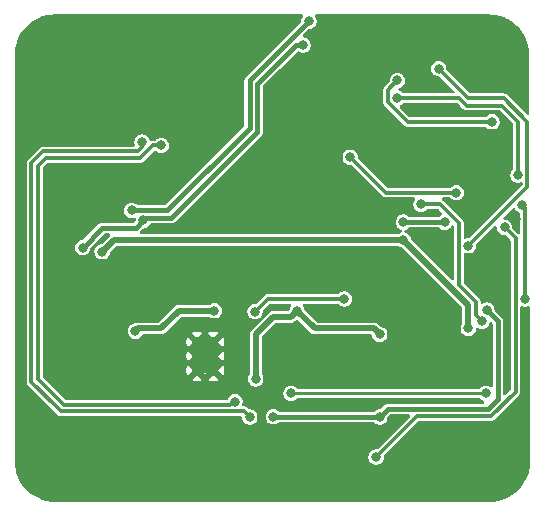
<source format=gbr>
%TF.GenerationSoftware,KiCad,Pcbnew,9.0.6-9.0.6~ubuntu22.04.1*%
%TF.CreationDate,2026-01-04T20:59:47+05:30*%
%TF.ProjectId,TWIN_NODE,5457494e-5f4e-44f4-9445-2e6b69636164,rev?*%
%TF.SameCoordinates,Original*%
%TF.FileFunction,Copper,L2,Bot*%
%TF.FilePolarity,Positive*%
%FSLAX46Y46*%
G04 Gerber Fmt 4.6, Leading zero omitted, Abs format (unit mm)*
G04 Created by KiCad (PCBNEW 9.0.6-9.0.6~ubuntu22.04.1) date 2026-01-04 20:59:47*
%MOMM*%
%LPD*%
G01*
G04 APERTURE LIST*
%TA.AperFunction,ComponentPad*%
%ADD10C,0.800000*%
%TD*%
%TA.AperFunction,ComponentPad*%
%ADD11C,6.400000*%
%TD*%
%TA.AperFunction,HeatsinkPad*%
%ADD12C,0.800000*%
%TD*%
%TA.AperFunction,HeatsinkPad*%
%ADD13R,1.900000X2.900000*%
%TD*%
%TA.AperFunction,ViaPad*%
%ADD14C,0.800000*%
%TD*%
%TA.AperFunction,Conductor*%
%ADD15C,0.500000*%
%TD*%
%TA.AperFunction,Conductor*%
%ADD16C,0.250000*%
%TD*%
%TA.AperFunction,Conductor*%
%ADD17C,0.400000*%
%TD*%
%TA.AperFunction,Conductor*%
%ADD18C,0.300000*%
%TD*%
G04 APERTURE END LIST*
D10*
%TO.P,H1,1,1*%
%TO.N,GND*%
X141600000Y-66800000D03*
X142302944Y-65102944D03*
X142302944Y-68497056D03*
X144000000Y-64400000D03*
D11*
X144000000Y-66800000D03*
D10*
X144000000Y-69200000D03*
X145697056Y-65102944D03*
X145697056Y-68497056D03*
X146400000Y-66800000D03*
%TD*%
%TO.P,H2,1,1*%
%TO.N,GND*%
X178399315Y-66762500D03*
X179102259Y-65065444D03*
X179102259Y-68459556D03*
X180799315Y-64362500D03*
D11*
X180799315Y-66762500D03*
D10*
X180799315Y-69162500D03*
X182496371Y-65065444D03*
X182496371Y-68459556D03*
X183199315Y-66762500D03*
%TD*%
D12*
%TO.P,U2,9,EPAD*%
%TO.N,GND*%
X156025000Y-91157500D03*
X156025000Y-92357500D03*
X156025000Y-93557500D03*
D13*
X156725000Y-92357500D03*
D12*
X157425000Y-91157500D03*
X157425000Y-92357500D03*
X157425000Y-93557500D03*
%TD*%
D10*
%TO.P,H3,1,1*%
%TO.N,GND*%
X178399315Y-101237500D03*
X179102259Y-99540444D03*
X179102259Y-102934556D03*
X180799315Y-98837500D03*
D11*
X180799315Y-101237500D03*
D10*
X180799315Y-103637500D03*
X182496371Y-99540444D03*
X182496371Y-102934556D03*
X183199315Y-101237500D03*
%TD*%
%TO.P,H4,1,1*%
%TO.N,GND*%
X141600000Y-101275000D03*
X142302944Y-99577944D03*
X142302944Y-102972056D03*
X144000000Y-98875000D03*
D11*
X144000000Y-101275000D03*
D10*
X144000000Y-103675000D03*
X145697056Y-99577944D03*
X145697056Y-102972056D03*
X146400000Y-101275000D03*
%TD*%
D14*
%TO.N,/SOLAR_PANNEL*%
X150816021Y-90225741D03*
X157500000Y-88500000D03*
%TO.N,GND*%
X154500000Y-85500000D03*
X166000000Y-103000000D03*
X162500000Y-85500000D03*
X182000000Y-85000000D03*
X146750000Y-84250000D03*
X171000000Y-103500000D03*
X162500000Y-95500000D03*
X160200000Y-89400000D03*
X161750000Y-103000000D03*
X183000000Y-80750000D03*
X176000000Y-82500000D03*
X159000000Y-85000000D03*
X171000000Y-88600000D03*
%TO.N,/BAT*%
X171500000Y-90500000D03*
X164500000Y-88500000D03*
X161000000Y-94262500D03*
%TO.N,/3.3V*%
X173500000Y-82500000D03*
X179000000Y-90000000D03*
X148000000Y-83500000D03*
%TO.N,Net-(D1-A)*%
X164000000Y-95500000D03*
X180500000Y-95500000D03*
%TO.N,Net-(D1-K)*%
X177000000Y-81000000D03*
X173500000Y-81000000D03*
%TO.N,Net-(C7-Pad1)*%
X176500000Y-68000000D03*
X179000000Y-83000000D03*
%TO.N,/D3{slash}TRIG*%
X159252982Y-96200000D03*
X153000000Y-74500000D03*
%TO.N,/D2*%
X181000000Y-72500000D03*
X171200000Y-100875000D03*
X173000000Y-69000000D03*
X182067291Y-81432709D03*
%TO.N,/D4*%
X151370000Y-74220000D03*
X160500000Y-97500000D03*
%TO.N,/IN1{slash}ECHO*%
X180565686Y-88434314D03*
X162495321Y-97465095D03*
X169000000Y-75500000D03*
X178000000Y-78500000D03*
X171500000Y-97500000D03*
%TO.N,/TX*%
X150500000Y-80000000D03*
X165500000Y-64000000D03*
%TO.N,/RX*%
X165000000Y-66000000D03*
X146350000Y-83150000D03*
X151500000Y-80850000D03*
%TO.N,Net-(U3-OD)*%
X160941309Y-88572680D03*
X168500000Y-87500000D03*
%TO.N,/MOS*%
X180165300Y-89404983D03*
X175000000Y-79500000D03*
%TO.N,/D1*%
X183565686Y-79565686D03*
X183200000Y-77000000D03*
X173000000Y-70500000D03*
X183810015Y-87501998D03*
%TD*%
D15*
%TO.N,/SOLAR_PANNEL*%
X157500000Y-88500000D02*
X154500000Y-88500000D01*
X154500000Y-88500000D02*
X153000000Y-90000000D01*
X151041762Y-90000000D02*
X150816021Y-90225741D01*
X153000000Y-90000000D02*
X151041762Y-90000000D01*
%TO.N,/BAT*%
X161000000Y-90500000D02*
X162500000Y-89000000D01*
X166000000Y-90000000D02*
X171000000Y-90000000D01*
X171000000Y-90000000D02*
X171500000Y-90500000D01*
X162500000Y-89000000D02*
X164000000Y-89000000D01*
X161000000Y-94262500D02*
X161000000Y-90500000D01*
X164000000Y-89000000D02*
X164500000Y-88500000D01*
X164500000Y-88500000D02*
X166000000Y-90000000D01*
%TO.N,/3.3V*%
X173500000Y-82500000D02*
X149000000Y-82500000D01*
X173500000Y-82500000D02*
X179000000Y-88000000D01*
X179000000Y-88000000D02*
X179000000Y-90000000D01*
X149000000Y-82500000D02*
X148000000Y-83500000D01*
D16*
%TO.N,Net-(D1-A)*%
X164000000Y-95500000D02*
X180500000Y-95500000D01*
D17*
%TO.N,Net-(D1-K)*%
X173500000Y-81000000D02*
X177000000Y-81000000D01*
D18*
%TO.N,Net-(C7-Pad1)*%
X184000000Y-78000000D02*
X179000000Y-83000000D01*
X179000000Y-70500000D02*
X182000000Y-70500000D01*
X176500000Y-68000000D02*
X179000000Y-70500000D01*
X184000000Y-72500000D02*
X184000000Y-78000000D01*
X182000000Y-70500000D02*
X184000000Y-72500000D01*
%TO.N,/D3{slash}TRIG*%
X151228232Y-75551000D02*
X152279232Y-74500000D01*
X159252982Y-96200000D02*
X159072794Y-96200000D01*
X142551000Y-76228232D02*
X143228232Y-75551000D01*
X144728232Y-96449000D02*
X142551000Y-94271768D01*
X152279232Y-74500000D02*
X153000000Y-74500000D01*
X142551000Y-94271768D02*
X142551000Y-76228232D01*
X159072794Y-96200000D02*
X158823794Y-96449000D01*
X143228232Y-75551000D02*
X151228232Y-75551000D01*
X158823794Y-96449000D02*
X144728232Y-96449000D01*
%TO.N,/D2*%
X183000000Y-82365418D02*
X183000000Y-95349942D01*
X180941651Y-97408291D02*
X174666709Y-97408291D01*
X182067291Y-81432709D02*
X183000000Y-82365418D01*
X183000000Y-95349942D02*
X180941651Y-97408291D01*
X173867214Y-72500000D02*
X172199000Y-70831786D01*
X174666709Y-97408291D02*
X171200000Y-100875000D01*
X172199000Y-69801000D02*
X173000000Y-69000000D01*
X181000000Y-72500000D02*
X173867214Y-72500000D01*
X172199000Y-70831786D02*
X172199000Y-69801000D01*
%TO.N,/D4*%
X142000000Y-94500000D02*
X144000000Y-96500000D01*
X151370000Y-74630000D02*
X151370000Y-74220000D01*
X151000000Y-75000000D02*
X151370000Y-74630000D01*
X160000000Y-97000000D02*
X160500000Y-97500000D01*
X144000000Y-96500000D02*
X144500000Y-97000000D01*
X143000000Y-75000000D02*
X142000000Y-76000000D01*
X151000000Y-75000000D02*
X143000000Y-75000000D01*
X144500000Y-97000000D02*
X159000000Y-97000000D01*
X159000000Y-97000000D02*
X160000000Y-97000000D01*
X142000000Y-76000000D02*
X142000000Y-94500000D01*
D17*
%TO.N,/IN1{slash}ECHO*%
X172192709Y-96807291D02*
X177957291Y-96807291D01*
X180565686Y-88434314D02*
X181500000Y-89368628D01*
D18*
X172000000Y-78500000D02*
X178000000Y-78500000D01*
D17*
X180692709Y-96807291D02*
X177957291Y-96807291D01*
X171500000Y-97500000D02*
X162500000Y-97500000D01*
X181500000Y-96000000D02*
X180692709Y-96807291D01*
X162500000Y-97469774D02*
X162495321Y-97465095D01*
D18*
X180565686Y-88434314D02*
X180500000Y-88500000D01*
D17*
X171500000Y-97500000D02*
X172192709Y-96807291D01*
X162500000Y-97500000D02*
X162500000Y-97469774D01*
D18*
X169000000Y-75500000D02*
X171000000Y-77500000D01*
D17*
X181500000Y-89368628D02*
X181500000Y-96000000D01*
D18*
X171000000Y-77500000D02*
X172000000Y-78500000D01*
D17*
%TO.N,/TX*%
X150500000Y-80000000D02*
X153500000Y-80000000D01*
X160500000Y-69000000D02*
X165500000Y-64000000D01*
X153500000Y-80000000D02*
X160500000Y-73000000D01*
X160500000Y-73000000D02*
X160500000Y-69000000D01*
%TO.N,/RX*%
X151500000Y-80651000D02*
X151500000Y-80850000D01*
X148000000Y-81500000D02*
X150850000Y-81500000D01*
X150850000Y-81500000D02*
X151500000Y-80850000D01*
X161151000Y-73349000D02*
X153849000Y-80651000D01*
X165000000Y-66000000D02*
X164420654Y-66000000D01*
X164420654Y-66000000D02*
X161151000Y-69269654D01*
X161151000Y-69269654D02*
X161151000Y-73349000D01*
X146350000Y-83150000D02*
X148000000Y-81500000D01*
X153849000Y-80651000D02*
X151500000Y-80651000D01*
D18*
%TO.N,Net-(U3-OD)*%
X160941309Y-88572680D02*
X162013989Y-87500000D01*
X162013989Y-87500000D02*
X168500000Y-87500000D01*
%TO.N,/MOS*%
X178199000Y-86278346D02*
X179651000Y-87730347D01*
X176632786Y-79500000D02*
X178199000Y-81066214D01*
X178199000Y-81066214D02*
X178199000Y-86278346D01*
X175000000Y-79500000D02*
X176632786Y-79500000D01*
X179651000Y-88890683D02*
X180165300Y-89404983D01*
X179651000Y-87730347D02*
X179651000Y-88890683D01*
%TO.N,/D1*%
X178860384Y-71139616D02*
X181860384Y-71139616D01*
X183810015Y-87501998D02*
X183810015Y-79810015D01*
X183200000Y-72479232D02*
X183200000Y-77000000D01*
X183810015Y-79810015D02*
X183565686Y-79565686D01*
X173000000Y-70500000D02*
X178220768Y-70500000D01*
X178220768Y-70500000D02*
X178360384Y-70639616D01*
X178360384Y-70639616D02*
X178860384Y-71139616D01*
X181860384Y-71139616D02*
X183200000Y-72479232D01*
%TD*%
%TA.AperFunction,Conductor*%
%TO.N,GND*%
G36*
X164881526Y-63407612D02*
G01*
X164948558Y-63427319D01*
X164994295Y-63480139D01*
X165004215Y-63549301D01*
X164984586Y-63600502D01*
X164923537Y-63691868D01*
X164923533Y-63691875D01*
X164874499Y-63810255D01*
X164874497Y-63810261D01*
X164849500Y-63935928D01*
X164849500Y-63962034D01*
X164829815Y-64029073D01*
X164813181Y-64049715D01*
X160139513Y-68723383D01*
X160139511Y-68723386D01*
X160080201Y-68826111D01*
X160075029Y-68845415D01*
X160049500Y-68940691D01*
X160049500Y-72762035D01*
X160029815Y-72829074D01*
X160013181Y-72849716D01*
X153349716Y-79513181D01*
X153288393Y-79546666D01*
X153262035Y-79549500D01*
X151020808Y-79549500D01*
X150953769Y-79529815D01*
X150933127Y-79513181D01*
X150914672Y-79494726D01*
X150914668Y-79494723D01*
X150808133Y-79423538D01*
X150808124Y-79423533D01*
X150689744Y-79374499D01*
X150689738Y-79374497D01*
X150564071Y-79349500D01*
X150564069Y-79349500D01*
X150435931Y-79349500D01*
X150435929Y-79349500D01*
X150310261Y-79374497D01*
X150310255Y-79374499D01*
X150191875Y-79423533D01*
X150191866Y-79423538D01*
X150085331Y-79494723D01*
X150085327Y-79494726D01*
X149994726Y-79585327D01*
X149994723Y-79585331D01*
X149923538Y-79691866D01*
X149923533Y-79691875D01*
X149874499Y-79810255D01*
X149874497Y-79810261D01*
X149849500Y-79935928D01*
X149849500Y-79935931D01*
X149849500Y-80064069D01*
X149849500Y-80064071D01*
X149849499Y-80064071D01*
X149874497Y-80189738D01*
X149874499Y-80189744D01*
X149923533Y-80308124D01*
X149923538Y-80308133D01*
X149994723Y-80414668D01*
X149994726Y-80414672D01*
X150085327Y-80505273D01*
X150085331Y-80505276D01*
X150191866Y-80576461D01*
X150191872Y-80576464D01*
X150191873Y-80576465D01*
X150310256Y-80625501D01*
X150310260Y-80625501D01*
X150310261Y-80625502D01*
X150435928Y-80650500D01*
X150435931Y-80650500D01*
X150564071Y-80650500D01*
X150648615Y-80633682D01*
X150689744Y-80625501D01*
X150689751Y-80625497D01*
X150695571Y-80623733D01*
X150695981Y-80625085D01*
X150721883Y-80623699D01*
X150753113Y-80620174D01*
X150756499Y-80621846D01*
X150760273Y-80621645D01*
X150787580Y-80637198D01*
X150815757Y-80651116D01*
X150817702Y-80654355D01*
X150820985Y-80656225D01*
X150835548Y-80684071D01*
X150851729Y-80711015D01*
X150852123Y-80715765D01*
X150853365Y-80718139D01*
X150853364Y-80730694D01*
X150855250Y-80753382D01*
X150854656Y-80760008D01*
X150849500Y-80785931D01*
X150849500Y-80817571D01*
X150849005Y-80823097D01*
X150838159Y-80850655D01*
X150829815Y-80879073D01*
X150824265Y-80885960D01*
X150823418Y-80888113D01*
X150821300Y-80889639D01*
X150813185Y-80899710D01*
X150699714Y-81013182D01*
X150638394Y-81046666D01*
X150612035Y-81049500D01*
X147940691Y-81049500D01*
X147826114Y-81080201D01*
X147826112Y-81080201D01*
X147826112Y-81080202D01*
X147805288Y-81092223D01*
X147805289Y-81092224D01*
X147723389Y-81139508D01*
X147723384Y-81139512D01*
X146399716Y-82463181D01*
X146338393Y-82496666D01*
X146312035Y-82499500D01*
X146285929Y-82499500D01*
X146160261Y-82524497D01*
X146160255Y-82524499D01*
X146041875Y-82573533D01*
X146041866Y-82573538D01*
X145935331Y-82644723D01*
X145935327Y-82644726D01*
X145844726Y-82735327D01*
X145844723Y-82735331D01*
X145773538Y-82841866D01*
X145773533Y-82841875D01*
X145724499Y-82960255D01*
X145724497Y-82960261D01*
X145699500Y-83085928D01*
X145699500Y-83085931D01*
X145699500Y-83214069D01*
X145699500Y-83214071D01*
X145699499Y-83214071D01*
X145724497Y-83339738D01*
X145724499Y-83339744D01*
X145773533Y-83458124D01*
X145773538Y-83458133D01*
X145844723Y-83564668D01*
X145844726Y-83564672D01*
X145935327Y-83655273D01*
X145935331Y-83655276D01*
X146041866Y-83726461D01*
X146041872Y-83726464D01*
X146041873Y-83726465D01*
X146160256Y-83775501D01*
X146160260Y-83775501D01*
X146160261Y-83775502D01*
X146285928Y-83800500D01*
X146285931Y-83800500D01*
X146414071Y-83800500D01*
X146498615Y-83783682D01*
X146539744Y-83775501D01*
X146658127Y-83726465D01*
X146764669Y-83655276D01*
X146855276Y-83564669D01*
X146926465Y-83458127D01*
X146975501Y-83339744D01*
X147000500Y-83214069D01*
X147000500Y-83187965D01*
X147020185Y-83120926D01*
X147036819Y-83100284D01*
X148150284Y-81986819D01*
X148211607Y-81953334D01*
X148237965Y-81950500D01*
X148542324Y-81950500D01*
X148609363Y-81970185D01*
X148655118Y-82022989D01*
X148665062Y-82092147D01*
X148636037Y-82155703D01*
X148630005Y-82162181D01*
X147970961Y-82821224D01*
X147909638Y-82854709D01*
X147907473Y-82855160D01*
X147810260Y-82874497D01*
X147810255Y-82874499D01*
X147691875Y-82923533D01*
X147691866Y-82923538D01*
X147585331Y-82994723D01*
X147585327Y-82994726D01*
X147494726Y-83085327D01*
X147494723Y-83085331D01*
X147423538Y-83191866D01*
X147423533Y-83191875D01*
X147374499Y-83310255D01*
X147374497Y-83310261D01*
X147349500Y-83435928D01*
X147349500Y-83435931D01*
X147349500Y-83564069D01*
X147349500Y-83564071D01*
X147349499Y-83564071D01*
X147374497Y-83689738D01*
X147374499Y-83689744D01*
X147423533Y-83808124D01*
X147423538Y-83808133D01*
X147494723Y-83914668D01*
X147494726Y-83914672D01*
X147585327Y-84005273D01*
X147585331Y-84005276D01*
X147691866Y-84076461D01*
X147691872Y-84076464D01*
X147691873Y-84076465D01*
X147810256Y-84125501D01*
X147810260Y-84125501D01*
X147810261Y-84125502D01*
X147935928Y-84150500D01*
X147935931Y-84150500D01*
X148064071Y-84150500D01*
X148148615Y-84133682D01*
X148189744Y-84125501D01*
X148308127Y-84076465D01*
X148414669Y-84005276D01*
X148505276Y-83914669D01*
X148576465Y-83808127D01*
X148625501Y-83689744D01*
X148644839Y-83592528D01*
X148677224Y-83530617D01*
X148678719Y-83529094D01*
X149170995Y-83036819D01*
X149232318Y-83003334D01*
X149258676Y-83000500D01*
X173040568Y-83000500D01*
X173107607Y-83020185D01*
X173109459Y-83021398D01*
X173191866Y-83076461D01*
X173191872Y-83076464D01*
X173191873Y-83076465D01*
X173310256Y-83125501D01*
X173366068Y-83136603D01*
X173407471Y-83144839D01*
X173469382Y-83177224D01*
X173470961Y-83178775D01*
X178463181Y-88170995D01*
X178496666Y-88232318D01*
X178499500Y-88258676D01*
X178499500Y-89540567D01*
X178479815Y-89607606D01*
X178478602Y-89609457D01*
X178423541Y-89691861D01*
X178423533Y-89691875D01*
X178374499Y-89810255D01*
X178374497Y-89810261D01*
X178349500Y-89935928D01*
X178349500Y-89935931D01*
X178349500Y-90064069D01*
X178349500Y-90064071D01*
X178349499Y-90064071D01*
X178374497Y-90189738D01*
X178374499Y-90189744D01*
X178423533Y-90308124D01*
X178423538Y-90308133D01*
X178494723Y-90414668D01*
X178494726Y-90414672D01*
X178585327Y-90505273D01*
X178585331Y-90505276D01*
X178691866Y-90576461D01*
X178691872Y-90576464D01*
X178691873Y-90576465D01*
X178810256Y-90625501D01*
X178810260Y-90625501D01*
X178810261Y-90625502D01*
X178935928Y-90650500D01*
X178935931Y-90650500D01*
X179064071Y-90650500D01*
X179148615Y-90633682D01*
X179189744Y-90625501D01*
X179308127Y-90576465D01*
X179414669Y-90505276D01*
X179505276Y-90414669D01*
X179576465Y-90308127D01*
X179625501Y-90189744D01*
X179650500Y-90064069D01*
X179650500Y-90064056D01*
X179650617Y-90062876D01*
X179650855Y-90062286D01*
X179651689Y-90058094D01*
X179652483Y-90058252D01*
X179676773Y-89998087D01*
X179733805Y-89957724D01*
X179803605Y-89954602D01*
X179842915Y-89971921D01*
X179857168Y-89981445D01*
X179857171Y-89981447D01*
X179857173Y-89981448D01*
X179975556Y-90030484D01*
X179975560Y-90030484D01*
X179975561Y-90030485D01*
X180101228Y-90055483D01*
X180101231Y-90055483D01*
X180229371Y-90055483D01*
X180327334Y-90035996D01*
X180355044Y-90030484D01*
X180473427Y-89981448D01*
X180579969Y-89910259D01*
X180670576Y-89819652D01*
X180741765Y-89713110D01*
X180790801Y-89594727D01*
X180795016Y-89573535D01*
X180799725Y-89564531D01*
X180800451Y-89554392D01*
X180815645Y-89534094D01*
X180827398Y-89511626D01*
X180836232Y-89506595D01*
X180842323Y-89498459D01*
X180866076Y-89489599D01*
X180888113Y-89477050D01*
X180898264Y-89477593D01*
X180907787Y-89474042D01*
X180932561Y-89479431D01*
X180957882Y-89480788D01*
X180967944Y-89487128D01*
X180976060Y-89488894D01*
X181004314Y-89510045D01*
X181013181Y-89518912D01*
X181046666Y-89580235D01*
X181049500Y-89606593D01*
X181049500Y-94852827D01*
X181029815Y-94919866D01*
X180977011Y-94965621D01*
X180907853Y-94975565D01*
X180856609Y-94955929D01*
X180808133Y-94923538D01*
X180808124Y-94923533D01*
X180689744Y-94874499D01*
X180689738Y-94874497D01*
X180564071Y-94849500D01*
X180564069Y-94849500D01*
X180435931Y-94849500D01*
X180435929Y-94849500D01*
X180310261Y-94874497D01*
X180310255Y-94874499D01*
X180191875Y-94923533D01*
X180191866Y-94923538D01*
X180085331Y-94994723D01*
X180085327Y-94994726D01*
X179991873Y-95088181D01*
X179930550Y-95121666D01*
X179904192Y-95124500D01*
X164595808Y-95124500D01*
X164528769Y-95104815D01*
X164508127Y-95088181D01*
X164414672Y-94994726D01*
X164414668Y-94994723D01*
X164308133Y-94923538D01*
X164308124Y-94923533D01*
X164189744Y-94874499D01*
X164189738Y-94874497D01*
X164064071Y-94849500D01*
X164064069Y-94849500D01*
X163935931Y-94849500D01*
X163935929Y-94849500D01*
X163810261Y-94874497D01*
X163810255Y-94874499D01*
X163691875Y-94923533D01*
X163691866Y-94923538D01*
X163585331Y-94994723D01*
X163585327Y-94994726D01*
X163494726Y-95085327D01*
X163494723Y-95085331D01*
X163423538Y-95191866D01*
X163423533Y-95191875D01*
X163374499Y-95310255D01*
X163374497Y-95310261D01*
X163349500Y-95435928D01*
X163349500Y-95435931D01*
X163349500Y-95564069D01*
X163349500Y-95564071D01*
X163349499Y-95564071D01*
X163374497Y-95689738D01*
X163374499Y-95689744D01*
X163423533Y-95808124D01*
X163423538Y-95808133D01*
X163494723Y-95914668D01*
X163494726Y-95914672D01*
X163585327Y-96005273D01*
X163585331Y-96005276D01*
X163691866Y-96076461D01*
X163691872Y-96076464D01*
X163691873Y-96076465D01*
X163810256Y-96125501D01*
X163810260Y-96125501D01*
X163810261Y-96125502D01*
X163935928Y-96150500D01*
X163935931Y-96150500D01*
X164064071Y-96150500D01*
X164148615Y-96133682D01*
X164189744Y-96125501D01*
X164308127Y-96076465D01*
X164414669Y-96005276D01*
X164447993Y-95971952D01*
X164508127Y-95911819D01*
X164569450Y-95878334D01*
X164595808Y-95875500D01*
X179904192Y-95875500D01*
X179971231Y-95895185D01*
X179991873Y-95911819D01*
X180085327Y-96005273D01*
X180085331Y-96005276D01*
X180191866Y-96076461D01*
X180191879Y-96076468D01*
X180292702Y-96118230D01*
X180347106Y-96162071D01*
X180369171Y-96228365D01*
X180351892Y-96296064D01*
X180300755Y-96343675D01*
X180245250Y-96356791D01*
X178016600Y-96356791D01*
X172133400Y-96356791D01*
X172018823Y-96387492D01*
X172018822Y-96387492D01*
X172018820Y-96387493D01*
X172003616Y-96396272D01*
X172003614Y-96396273D01*
X171916098Y-96446799D01*
X171916093Y-96446803D01*
X171549716Y-96813181D01*
X171488393Y-96846666D01*
X171462035Y-96849500D01*
X171435929Y-96849500D01*
X171310261Y-96874497D01*
X171310255Y-96874499D01*
X171191875Y-96923533D01*
X171191866Y-96923538D01*
X171085331Y-96994723D01*
X171085327Y-96994726D01*
X171066873Y-97013181D01*
X171005550Y-97046666D01*
X170979192Y-97049500D01*
X163051033Y-97049500D01*
X162983994Y-97029815D01*
X162963351Y-97013180D01*
X162909993Y-96959821D01*
X162909989Y-96959818D01*
X162803454Y-96888633D01*
X162803445Y-96888628D01*
X162685065Y-96839594D01*
X162685059Y-96839592D01*
X162559392Y-96814595D01*
X162559390Y-96814595D01*
X162431252Y-96814595D01*
X162431250Y-96814595D01*
X162305582Y-96839592D01*
X162305576Y-96839594D01*
X162187196Y-96888628D01*
X162187187Y-96888633D01*
X162080652Y-96959818D01*
X162080648Y-96959821D01*
X161990047Y-97050422D01*
X161990044Y-97050426D01*
X161918859Y-97156961D01*
X161918854Y-97156970D01*
X161869820Y-97275350D01*
X161869818Y-97275356D01*
X161844821Y-97401023D01*
X161844821Y-97401026D01*
X161844821Y-97529164D01*
X161844821Y-97529166D01*
X161844820Y-97529166D01*
X161869818Y-97654833D01*
X161869820Y-97654839D01*
X161918854Y-97773219D01*
X161918859Y-97773228D01*
X161990044Y-97879763D01*
X161990047Y-97879767D01*
X162080648Y-97970368D01*
X162080652Y-97970371D01*
X162187187Y-98041556D01*
X162187193Y-98041559D01*
X162187194Y-98041560D01*
X162305577Y-98090596D01*
X162305581Y-98090596D01*
X162305582Y-98090597D01*
X162431249Y-98115595D01*
X162431252Y-98115595D01*
X162559392Y-98115595D01*
X162643936Y-98098777D01*
X162685065Y-98090596D01*
X162803448Y-98041560D01*
X162908453Y-97971398D01*
X162975130Y-97950520D01*
X162977344Y-97950500D01*
X170979192Y-97950500D01*
X171046231Y-97970185D01*
X171066873Y-97986819D01*
X171085327Y-98005273D01*
X171085331Y-98005276D01*
X171191866Y-98076461D01*
X171191872Y-98076464D01*
X171191873Y-98076465D01*
X171310256Y-98125501D01*
X171310260Y-98125501D01*
X171310261Y-98125502D01*
X171435928Y-98150500D01*
X171435931Y-98150500D01*
X171564071Y-98150500D01*
X171648615Y-98133682D01*
X171689744Y-98125501D01*
X171808127Y-98076465D01*
X171914669Y-98005276D01*
X172005276Y-97914669D01*
X172076465Y-97808127D01*
X172125501Y-97689744D01*
X172150500Y-97564069D01*
X172150500Y-97537965D01*
X172159144Y-97508524D01*
X172165668Y-97478538D01*
X172169422Y-97473522D01*
X172170185Y-97470926D01*
X172186819Y-97450284D01*
X172342993Y-97294110D01*
X172404316Y-97260625D01*
X172430674Y-97257791D01*
X173951454Y-97257791D01*
X174018493Y-97277476D01*
X174064248Y-97330280D01*
X174074192Y-97399438D01*
X174045167Y-97462994D01*
X174039135Y-97469472D01*
X171320425Y-100188181D01*
X171259102Y-100221666D01*
X171232744Y-100224500D01*
X171135929Y-100224500D01*
X171010261Y-100249497D01*
X171010255Y-100249499D01*
X170891875Y-100298533D01*
X170891866Y-100298538D01*
X170785331Y-100369723D01*
X170785327Y-100369726D01*
X170694726Y-100460327D01*
X170694723Y-100460331D01*
X170623538Y-100566866D01*
X170623533Y-100566875D01*
X170574499Y-100685255D01*
X170574497Y-100685261D01*
X170549500Y-100810928D01*
X170549500Y-100810931D01*
X170549500Y-100939069D01*
X170549500Y-100939071D01*
X170549499Y-100939071D01*
X170574497Y-101064738D01*
X170574499Y-101064744D01*
X170623533Y-101183124D01*
X170623538Y-101183133D01*
X170694723Y-101289668D01*
X170694726Y-101289672D01*
X170785327Y-101380273D01*
X170785331Y-101380276D01*
X170891866Y-101451461D01*
X170891872Y-101451464D01*
X170891873Y-101451465D01*
X171010256Y-101500501D01*
X171010260Y-101500501D01*
X171010261Y-101500502D01*
X171135928Y-101525500D01*
X171135931Y-101525500D01*
X171264071Y-101525500D01*
X171348615Y-101508682D01*
X171389744Y-101500501D01*
X171508127Y-101451465D01*
X171614669Y-101380276D01*
X171705276Y-101289669D01*
X171776465Y-101183127D01*
X171825501Y-101064744D01*
X171850500Y-100939069D01*
X171850500Y-100842254D01*
X171870185Y-100775215D01*
X171886819Y-100754573D01*
X174796283Y-97845110D01*
X174857606Y-97811625D01*
X174883964Y-97808791D01*
X180994376Y-97808791D01*
X180994378Y-97808791D01*
X181096239Y-97781498D01*
X181187564Y-97728771D01*
X183320480Y-95595855D01*
X183373207Y-95504530D01*
X183400500Y-95402669D01*
X183400500Y-95297215D01*
X183400500Y-88222045D01*
X183420185Y-88155006D01*
X183472989Y-88109251D01*
X183542147Y-88099307D01*
X183571951Y-88107484D01*
X183593160Y-88116269D01*
X183620265Y-88127497D01*
X183620268Y-88127497D01*
X183620271Y-88127499D01*
X183620275Y-88127499D01*
X183620276Y-88127500D01*
X183745943Y-88152498D01*
X183745946Y-88152498D01*
X183874086Y-88152498D01*
X183964161Y-88134580D01*
X183999759Y-88127499D01*
X184002927Y-88126187D01*
X184007158Y-88124433D01*
X184040132Y-88110775D01*
X184109600Y-88103306D01*
X184172080Y-88134580D01*
X184207733Y-88194668D01*
X184211584Y-88224981D01*
X184248803Y-101234293D01*
X184248655Y-101240732D01*
X184232503Y-101569528D01*
X184231310Y-101581639D01*
X184183427Y-101904441D01*
X184181053Y-101916375D01*
X184101762Y-102232925D01*
X184098230Y-102244570D01*
X183988290Y-102551833D01*
X183983633Y-102563076D01*
X183844105Y-102858084D01*
X183838368Y-102868816D01*
X183670604Y-103148714D01*
X183663844Y-103158832D01*
X183469440Y-103420955D01*
X183461720Y-103430361D01*
X183242570Y-103672157D01*
X183233965Y-103680762D01*
X182992172Y-103899911D01*
X182982766Y-103907630D01*
X182720643Y-104102035D01*
X182710525Y-104108796D01*
X182430627Y-104276561D01*
X182419895Y-104282297D01*
X182124883Y-104421829D01*
X182113641Y-104426486D01*
X181806392Y-104536423D01*
X181794746Y-104539956D01*
X181478186Y-104619250D01*
X181466252Y-104621624D01*
X181143452Y-104669508D01*
X181131342Y-104670701D01*
X180802641Y-104686851D01*
X180796556Y-104687000D01*
X180759576Y-104687000D01*
X144057120Y-104674519D01*
X144056869Y-104674500D01*
X144047595Y-104674500D01*
X144003246Y-104674500D01*
X143996756Y-104674330D01*
X143651141Y-104656216D01*
X143638233Y-104654859D01*
X143299628Y-104601230D01*
X143286932Y-104598532D01*
X142955772Y-104509798D01*
X142943428Y-104505787D01*
X142623366Y-104382927D01*
X142611509Y-104377648D01*
X142306029Y-104221997D01*
X142294802Y-104215515D01*
X142007277Y-104028794D01*
X141996776Y-104021165D01*
X141730337Y-103805407D01*
X141720692Y-103796722D01*
X141478277Y-103554307D01*
X141469592Y-103544662D01*
X141253834Y-103278223D01*
X141246205Y-103267722D01*
X141217643Y-103223740D01*
X141059481Y-102980191D01*
X141053005Y-102968976D01*
X140897346Y-102663479D01*
X140892077Y-102651644D01*
X140769210Y-102331566D01*
X140765201Y-102319227D01*
X140742076Y-102232925D01*
X140676465Y-101988061D01*
X140673769Y-101975371D01*
X140620140Y-101636766D01*
X140618783Y-101623858D01*
X140600670Y-101278243D01*
X140600500Y-101271753D01*
X140600500Y-75947271D01*
X141599500Y-75947271D01*
X141599500Y-75947273D01*
X141599500Y-94447273D01*
X141599500Y-94552727D01*
X141604296Y-94570627D01*
X141626793Y-94654589D01*
X141639830Y-94677169D01*
X141679520Y-94745913D01*
X143679520Y-96745913D01*
X144179518Y-97245910D01*
X144179520Y-97245913D01*
X144254087Y-97320480D01*
X144280558Y-97335763D01*
X144345412Y-97373207D01*
X144447273Y-97400500D01*
X158947273Y-97400500D01*
X159725500Y-97400500D01*
X159792539Y-97420185D01*
X159838294Y-97472989D01*
X159849500Y-97524500D01*
X159849500Y-97564069D01*
X159849500Y-97564071D01*
X159849499Y-97564071D01*
X159874497Y-97689738D01*
X159874499Y-97689744D01*
X159923533Y-97808124D01*
X159923538Y-97808133D01*
X159994723Y-97914668D01*
X159994726Y-97914672D01*
X160085327Y-98005273D01*
X160085331Y-98005276D01*
X160191866Y-98076461D01*
X160191872Y-98076464D01*
X160191873Y-98076465D01*
X160310256Y-98125501D01*
X160310260Y-98125501D01*
X160310261Y-98125502D01*
X160435928Y-98150500D01*
X160435931Y-98150500D01*
X160564071Y-98150500D01*
X160648615Y-98133682D01*
X160689744Y-98125501D01*
X160808127Y-98076465D01*
X160914669Y-98005276D01*
X161005276Y-97914669D01*
X161076465Y-97808127D01*
X161125501Y-97689744D01*
X161150500Y-97564069D01*
X161150500Y-97435931D01*
X161150500Y-97435928D01*
X161125502Y-97310261D01*
X161125501Y-97310260D01*
X161125501Y-97310256D01*
X161076465Y-97191873D01*
X161076464Y-97191872D01*
X161076461Y-97191866D01*
X161005276Y-97085331D01*
X161005273Y-97085327D01*
X160914672Y-96994726D01*
X160914668Y-96994723D01*
X160808133Y-96923538D01*
X160808124Y-96923533D01*
X160689744Y-96874499D01*
X160689738Y-96874497D01*
X160564071Y-96849500D01*
X160564069Y-96849500D01*
X160467255Y-96849500D01*
X160400216Y-96829815D01*
X160379574Y-96813181D01*
X160245915Y-96679522D01*
X160245913Y-96679520D01*
X160200250Y-96653156D01*
X160154589Y-96626793D01*
X160103657Y-96613146D01*
X160052727Y-96599500D01*
X160052726Y-96599500D01*
X159977178Y-96599500D01*
X159910139Y-96579815D01*
X159864384Y-96527011D01*
X159854440Y-96457853D01*
X159862617Y-96428047D01*
X159878483Y-96389744D01*
X159903482Y-96264069D01*
X159903482Y-96135931D01*
X159903482Y-96135928D01*
X159878484Y-96010261D01*
X159878483Y-96010260D01*
X159878483Y-96010256D01*
X159830819Y-95895185D01*
X159829448Y-95891875D01*
X159829443Y-95891866D01*
X159758258Y-95785331D01*
X159758255Y-95785327D01*
X159667654Y-95694726D01*
X159667650Y-95694723D01*
X159561115Y-95623538D01*
X159561106Y-95623533D01*
X159442726Y-95574499D01*
X159442720Y-95574497D01*
X159317053Y-95549500D01*
X159317051Y-95549500D01*
X159188913Y-95549500D01*
X159188911Y-95549500D01*
X159063243Y-95574497D01*
X159063237Y-95574499D01*
X158944857Y-95623533D01*
X158944848Y-95623538D01*
X158838313Y-95694723D01*
X158838309Y-95694726D01*
X158747708Y-95785327D01*
X158747705Y-95785331D01*
X158676520Y-95891866D01*
X158676513Y-95891879D01*
X158643347Y-95971952D01*
X158599506Y-96026356D01*
X158533212Y-96048421D01*
X158528786Y-96048500D01*
X144945487Y-96048500D01*
X144878448Y-96028815D01*
X144857806Y-96012181D01*
X143193601Y-94347976D01*
X155588075Y-94347976D01*
X155588075Y-94347977D01*
X155598684Y-94355067D01*
X155598689Y-94355069D01*
X155762479Y-94422913D01*
X155762487Y-94422915D01*
X155936353Y-94457499D01*
X155936357Y-94457500D01*
X156113643Y-94457500D01*
X156113646Y-94457499D01*
X156287512Y-94422915D01*
X156287524Y-94422912D01*
X156451306Y-94355072D01*
X156461923Y-94347976D01*
X156988075Y-94347976D01*
X156988075Y-94347977D01*
X156998684Y-94355067D01*
X156998689Y-94355069D01*
X157162479Y-94422913D01*
X157162487Y-94422915D01*
X157336353Y-94457499D01*
X157336357Y-94457500D01*
X157513643Y-94457500D01*
X157513646Y-94457499D01*
X157687512Y-94422915D01*
X157687524Y-94422912D01*
X157851306Y-94355072D01*
X157861922Y-94347976D01*
X157861923Y-94347976D01*
X157425001Y-93911054D01*
X157425000Y-93911054D01*
X156988075Y-94347976D01*
X156461923Y-94347976D01*
X156025001Y-93911054D01*
X156025000Y-93911054D01*
X155588075Y-94347976D01*
X143193601Y-94347976D01*
X142987819Y-94142194D01*
X142954334Y-94080871D01*
X142951500Y-94054513D01*
X142951500Y-93468853D01*
X155125000Y-93468853D01*
X155125000Y-93646146D01*
X155159584Y-93820012D01*
X155159586Y-93820020D01*
X155227430Y-93983811D01*
X155234522Y-93994423D01*
X155671446Y-93557500D01*
X155636636Y-93522690D01*
X155850000Y-93522690D01*
X155850000Y-93592310D01*
X155876643Y-93656629D01*
X155925871Y-93705857D01*
X155990190Y-93732500D01*
X156059810Y-93732500D01*
X156124129Y-93705857D01*
X156173357Y-93656629D01*
X156200000Y-93592310D01*
X156200000Y-93557500D01*
X156378554Y-93557500D01*
X156725000Y-93903946D01*
X157071446Y-93557500D01*
X157036636Y-93522690D01*
X157250000Y-93522690D01*
X157250000Y-93592310D01*
X157276643Y-93656629D01*
X157325871Y-93705857D01*
X157390190Y-93732500D01*
X157459810Y-93732500D01*
X157524129Y-93705857D01*
X157573357Y-93656629D01*
X157600000Y-93592310D01*
X157600000Y-93557499D01*
X157778554Y-93557499D01*
X157778554Y-93557500D01*
X158215476Y-93994423D01*
X158215476Y-93994422D01*
X158222572Y-93983806D01*
X158290412Y-93820024D01*
X158290415Y-93820012D01*
X158324999Y-93646146D01*
X158325000Y-93646143D01*
X158325000Y-93468857D01*
X158324999Y-93468853D01*
X158290415Y-93294987D01*
X158290413Y-93294979D01*
X158222569Y-93131189D01*
X158222567Y-93131184D01*
X158215477Y-93120575D01*
X157778554Y-93557499D01*
X157600000Y-93557499D01*
X157600000Y-93522690D01*
X157573357Y-93458371D01*
X157524129Y-93409143D01*
X157459810Y-93382500D01*
X157390190Y-93382500D01*
X157325871Y-93409143D01*
X157276643Y-93458371D01*
X157250000Y-93522690D01*
X157036636Y-93522690D01*
X156725000Y-93211054D01*
X156378554Y-93557500D01*
X156200000Y-93557500D01*
X156200000Y-93522690D01*
X156173357Y-93458371D01*
X156124129Y-93409143D01*
X156059810Y-93382500D01*
X155990190Y-93382500D01*
X155925871Y-93409143D01*
X155876643Y-93458371D01*
X155850000Y-93522690D01*
X155636636Y-93522690D01*
X155234522Y-93120576D01*
X155234521Y-93120576D01*
X155227429Y-93131191D01*
X155159586Y-93294979D01*
X155159584Y-93294987D01*
X155125000Y-93468853D01*
X142951500Y-93468853D01*
X142951500Y-92957500D01*
X155778554Y-92957500D01*
X156025000Y-93203946D01*
X156271446Y-92957500D01*
X157178554Y-92957500D01*
X157425000Y-93203946D01*
X157671446Y-92957500D01*
X157425000Y-92711054D01*
X157178554Y-92957500D01*
X156271446Y-92957500D01*
X156025000Y-92711054D01*
X155778554Y-92957500D01*
X142951500Y-92957500D01*
X142951500Y-92268853D01*
X155125000Y-92268853D01*
X155125000Y-92446146D01*
X155159584Y-92620012D01*
X155159586Y-92620020D01*
X155227430Y-92783811D01*
X155234522Y-92794422D01*
X155671446Y-92357500D01*
X155636636Y-92322690D01*
X155850000Y-92322690D01*
X155850000Y-92392310D01*
X155876643Y-92456629D01*
X155925871Y-92505857D01*
X155990190Y-92532500D01*
X156059810Y-92532500D01*
X156124129Y-92505857D01*
X156173357Y-92456629D01*
X156200000Y-92392310D01*
X156200000Y-92357500D01*
X156378554Y-92357500D01*
X156725000Y-92703946D01*
X157071446Y-92357500D01*
X157036636Y-92322690D01*
X157250000Y-92322690D01*
X157250000Y-92392310D01*
X157276643Y-92456629D01*
X157325871Y-92505857D01*
X157390190Y-92532500D01*
X157459810Y-92532500D01*
X157524129Y-92505857D01*
X157573357Y-92456629D01*
X157600000Y-92392310D01*
X157600000Y-92357499D01*
X157778554Y-92357499D01*
X157778554Y-92357500D01*
X158215476Y-92794423D01*
X158215476Y-92794422D01*
X158222572Y-92783806D01*
X158290412Y-92620024D01*
X158290415Y-92620012D01*
X158324999Y-92446146D01*
X158325000Y-92446143D01*
X158325000Y-92268857D01*
X158324999Y-92268853D01*
X158290415Y-92094987D01*
X158290413Y-92094979D01*
X158222569Y-91931189D01*
X158222567Y-91931184D01*
X158215477Y-91920575D01*
X157778554Y-92357499D01*
X157600000Y-92357499D01*
X157600000Y-92322690D01*
X157573357Y-92258371D01*
X157524129Y-92209143D01*
X157459810Y-92182500D01*
X157390190Y-92182500D01*
X157325871Y-92209143D01*
X157276643Y-92258371D01*
X157250000Y-92322690D01*
X157036636Y-92322690D01*
X156725000Y-92011054D01*
X156378554Y-92357500D01*
X156200000Y-92357500D01*
X156200000Y-92322690D01*
X156173357Y-92258371D01*
X156124129Y-92209143D01*
X156059810Y-92182500D01*
X155990190Y-92182500D01*
X155925871Y-92209143D01*
X155876643Y-92258371D01*
X155850000Y-92322690D01*
X155636636Y-92322690D01*
X155234522Y-91920576D01*
X155234521Y-91920576D01*
X155227429Y-91931191D01*
X155159586Y-92094979D01*
X155159584Y-92094987D01*
X155125000Y-92268853D01*
X142951500Y-92268853D01*
X142951500Y-91757500D01*
X155778554Y-91757500D01*
X156025000Y-92003946D01*
X156271446Y-91757500D01*
X157178554Y-91757500D01*
X157425000Y-92003946D01*
X157671446Y-91757500D01*
X157425000Y-91511054D01*
X157178554Y-91757500D01*
X156271446Y-91757500D01*
X156025000Y-91511054D01*
X155778554Y-91757500D01*
X142951500Y-91757500D01*
X142951500Y-91068853D01*
X155125000Y-91068853D01*
X155125000Y-91246146D01*
X155159584Y-91420012D01*
X155159586Y-91420020D01*
X155227430Y-91583811D01*
X155234522Y-91594422D01*
X155671446Y-91157500D01*
X155636636Y-91122690D01*
X155850000Y-91122690D01*
X155850000Y-91192310D01*
X155876643Y-91256629D01*
X155925871Y-91305857D01*
X155990190Y-91332500D01*
X156059810Y-91332500D01*
X156124129Y-91305857D01*
X156173357Y-91256629D01*
X156200000Y-91192310D01*
X156200000Y-91157500D01*
X156378554Y-91157500D01*
X156725000Y-91503946D01*
X157071446Y-91157500D01*
X157036636Y-91122690D01*
X157250000Y-91122690D01*
X157250000Y-91192310D01*
X157276643Y-91256629D01*
X157325871Y-91305857D01*
X157390190Y-91332500D01*
X157459810Y-91332500D01*
X157524129Y-91305857D01*
X157573357Y-91256629D01*
X157600000Y-91192310D01*
X157600000Y-91157499D01*
X157778554Y-91157499D01*
X157778554Y-91157500D01*
X158215476Y-91594423D01*
X158215476Y-91594422D01*
X158222572Y-91583806D01*
X158290412Y-91420024D01*
X158290415Y-91420012D01*
X158324999Y-91246146D01*
X158325000Y-91246143D01*
X158325000Y-91068857D01*
X158324999Y-91068853D01*
X158290415Y-90894987D01*
X158290413Y-90894979D01*
X158222569Y-90731189D01*
X158222567Y-90731184D01*
X158215477Y-90720575D01*
X157778554Y-91157499D01*
X157600000Y-91157499D01*
X157600000Y-91122690D01*
X157573357Y-91058371D01*
X157524129Y-91009143D01*
X157459810Y-90982500D01*
X157390190Y-90982500D01*
X157325871Y-91009143D01*
X157276643Y-91058371D01*
X157250000Y-91122690D01*
X157036636Y-91122690D01*
X156725000Y-90811054D01*
X156378554Y-91157500D01*
X156200000Y-91157500D01*
X156200000Y-91122690D01*
X156173357Y-91058371D01*
X156124129Y-91009143D01*
X156059810Y-90982500D01*
X155990190Y-90982500D01*
X155925871Y-91009143D01*
X155876643Y-91058371D01*
X155850000Y-91122690D01*
X155636636Y-91122690D01*
X155234522Y-90720576D01*
X155234521Y-90720576D01*
X155227429Y-90731191D01*
X155159586Y-90894979D01*
X155159584Y-90894987D01*
X155125000Y-91068853D01*
X142951500Y-91068853D01*
X142951500Y-90289812D01*
X150165520Y-90289812D01*
X150190518Y-90415479D01*
X150190520Y-90415485D01*
X150239554Y-90533865D01*
X150239559Y-90533874D01*
X150310744Y-90640409D01*
X150310747Y-90640413D01*
X150401348Y-90731014D01*
X150401352Y-90731017D01*
X150507887Y-90802202D01*
X150507896Y-90802207D01*
X150522203Y-90808133D01*
X150626277Y-90851242D01*
X150626281Y-90851242D01*
X150626282Y-90851243D01*
X150751949Y-90876241D01*
X150751952Y-90876241D01*
X150880092Y-90876241D01*
X150964636Y-90859423D01*
X151005765Y-90851242D01*
X151124148Y-90802206D01*
X151230690Y-90731017D01*
X151321297Y-90640410D01*
X151377959Y-90555609D01*
X151431571Y-90510804D01*
X151481061Y-90500500D01*
X153065890Y-90500500D01*
X153065892Y-90500500D01*
X153193186Y-90466392D01*
X153307314Y-90400500D01*
X153340793Y-90367021D01*
X155588076Y-90367021D01*
X155588076Y-90367022D01*
X156025000Y-90803946D01*
X156025001Y-90803946D01*
X156461923Y-90367022D01*
X156461922Y-90367021D01*
X156988076Y-90367021D01*
X156988076Y-90367022D01*
X157425000Y-90803946D01*
X157425001Y-90803946D01*
X157861923Y-90367022D01*
X157851311Y-90359930D01*
X157687520Y-90292086D01*
X157687512Y-90292084D01*
X157513646Y-90257500D01*
X157336353Y-90257500D01*
X157162487Y-90292084D01*
X157162479Y-90292086D01*
X156998691Y-90359929D01*
X156988076Y-90367021D01*
X156461922Y-90367021D01*
X156451311Y-90359930D01*
X156287520Y-90292086D01*
X156287512Y-90292084D01*
X156113646Y-90257500D01*
X155936353Y-90257500D01*
X155762487Y-90292084D01*
X155762479Y-90292086D01*
X155598691Y-90359929D01*
X155588076Y-90367021D01*
X153340793Y-90367021D01*
X154670995Y-89036819D01*
X154732318Y-89003334D01*
X154758676Y-89000500D01*
X157040568Y-89000500D01*
X157107607Y-89020185D01*
X157109459Y-89021398D01*
X157191866Y-89076461D01*
X157191875Y-89076466D01*
X157218692Y-89087574D01*
X157310256Y-89125501D01*
X157310260Y-89125501D01*
X157310261Y-89125502D01*
X157435928Y-89150500D01*
X157435931Y-89150500D01*
X157564071Y-89150500D01*
X157648615Y-89133682D01*
X157689744Y-89125501D01*
X157808127Y-89076465D01*
X157914669Y-89005276D01*
X158005276Y-88914669D01*
X158076465Y-88808127D01*
X158125501Y-88689744D01*
X158136042Y-88636751D01*
X160290808Y-88636751D01*
X160315806Y-88762418D01*
X160315808Y-88762424D01*
X160364842Y-88880804D01*
X160364847Y-88880813D01*
X160436032Y-88987348D01*
X160436035Y-88987352D01*
X160526636Y-89077953D01*
X160526640Y-89077956D01*
X160633175Y-89149141D01*
X160633184Y-89149146D01*
X160636453Y-89150500D01*
X160751565Y-89198181D01*
X160751569Y-89198181D01*
X160751570Y-89198182D01*
X160877237Y-89223180D01*
X160877240Y-89223180D01*
X161005380Y-89223180D01*
X161089924Y-89206362D01*
X161131053Y-89198181D01*
X161249436Y-89149145D01*
X161355978Y-89077956D01*
X161446585Y-88987349D01*
X161517774Y-88880807D01*
X161566810Y-88762424D01*
X161591809Y-88636749D01*
X161591809Y-88539934D01*
X161611494Y-88472895D01*
X161628128Y-88452253D01*
X162143562Y-87936819D01*
X162204885Y-87903334D01*
X162231243Y-87900500D01*
X163886236Y-87900500D01*
X163953275Y-87920185D01*
X163999030Y-87972989D01*
X164008974Y-88042147D01*
X163989338Y-88093391D01*
X163923538Y-88191866D01*
X163923533Y-88191875D01*
X163874499Y-88310255D01*
X163874497Y-88310261D01*
X163856708Y-88399692D01*
X163824323Y-88461603D01*
X163763607Y-88496177D01*
X163735091Y-88499500D01*
X162434107Y-88499500D01*
X162306812Y-88533608D01*
X162192686Y-88599500D01*
X162192683Y-88599502D01*
X160599502Y-90192683D01*
X160599500Y-90192686D01*
X160533608Y-90306812D01*
X160532684Y-90310261D01*
X160499501Y-90434107D01*
X160499500Y-90434109D01*
X160499500Y-93803067D01*
X160479815Y-93870106D01*
X160478602Y-93871957D01*
X160423541Y-93954361D01*
X160423533Y-93954375D01*
X160374499Y-94072755D01*
X160374497Y-94072761D01*
X160349500Y-94198428D01*
X160349500Y-94198431D01*
X160349500Y-94326569D01*
X160349500Y-94326571D01*
X160349499Y-94326571D01*
X160374497Y-94452238D01*
X160374499Y-94452244D01*
X160423533Y-94570624D01*
X160423538Y-94570633D01*
X160494723Y-94677168D01*
X160494726Y-94677172D01*
X160585327Y-94767773D01*
X160585331Y-94767776D01*
X160691866Y-94838961D01*
X160691872Y-94838964D01*
X160691873Y-94838965D01*
X160810256Y-94888001D01*
X160810260Y-94888001D01*
X160810261Y-94888002D01*
X160935928Y-94913000D01*
X160935931Y-94913000D01*
X161064071Y-94913000D01*
X161148615Y-94896182D01*
X161189744Y-94888001D01*
X161308127Y-94838965D01*
X161414669Y-94767776D01*
X161505276Y-94677169D01*
X161576465Y-94570627D01*
X161625501Y-94452244D01*
X161633682Y-94411115D01*
X161650500Y-94326571D01*
X161650500Y-94198428D01*
X161625502Y-94072761D01*
X161625501Y-94072760D01*
X161625501Y-94072756D01*
X161576465Y-93954373D01*
X161576464Y-93954371D01*
X161576458Y-93954361D01*
X161521398Y-93871957D01*
X161500520Y-93805280D01*
X161500500Y-93803067D01*
X161500500Y-90758676D01*
X161520185Y-90691637D01*
X161536819Y-90670995D01*
X162670995Y-89536819D01*
X162732318Y-89503334D01*
X162758676Y-89500500D01*
X164065890Y-89500500D01*
X164065892Y-89500500D01*
X164193186Y-89466392D01*
X164307314Y-89400500D01*
X164412319Y-89295495D01*
X164473642Y-89262010D01*
X164543334Y-89266994D01*
X164587681Y-89295495D01*
X165599500Y-90307314D01*
X165692686Y-90400500D01*
X165750897Y-90434108D01*
X165750898Y-90434109D01*
X165806808Y-90466389D01*
X165806809Y-90466389D01*
X165806814Y-90466392D01*
X165934107Y-90500500D01*
X165934108Y-90500500D01*
X170735091Y-90500500D01*
X170802130Y-90520185D01*
X170847885Y-90572989D01*
X170856708Y-90600308D01*
X170874497Y-90689738D01*
X170874499Y-90689744D01*
X170923533Y-90808124D01*
X170923538Y-90808133D01*
X170994723Y-90914668D01*
X170994726Y-90914672D01*
X171085327Y-91005273D01*
X171085331Y-91005276D01*
X171191866Y-91076461D01*
X171191872Y-91076464D01*
X171191873Y-91076465D01*
X171310256Y-91125501D01*
X171310260Y-91125501D01*
X171310261Y-91125502D01*
X171435928Y-91150500D01*
X171435931Y-91150500D01*
X171564071Y-91150500D01*
X171648615Y-91133682D01*
X171689744Y-91125501D01*
X171808127Y-91076465D01*
X171914669Y-91005276D01*
X172005276Y-90914669D01*
X172076465Y-90808127D01*
X172125501Y-90689744D01*
X172138280Y-90625500D01*
X172150500Y-90564071D01*
X172150500Y-90435928D01*
X172125502Y-90310261D01*
X172125501Y-90310260D01*
X172125501Y-90310256D01*
X172076465Y-90191873D01*
X172076464Y-90191872D01*
X172076461Y-90191866D01*
X172005276Y-90085331D01*
X172005273Y-90085327D01*
X171914672Y-89994726D01*
X171914668Y-89994723D01*
X171808133Y-89923538D01*
X171808124Y-89923533D01*
X171689744Y-89874499D01*
X171689738Y-89874497D01*
X171592527Y-89855160D01*
X171530616Y-89822774D01*
X171529038Y-89821224D01*
X171307316Y-89599502D01*
X171307314Y-89599500D01*
X171246746Y-89564531D01*
X171193187Y-89533608D01*
X171111147Y-89511626D01*
X171065892Y-89499500D01*
X171065891Y-89499500D01*
X166258676Y-89499500D01*
X166191637Y-89479815D01*
X166170995Y-89463181D01*
X165178775Y-88470961D01*
X165145290Y-88409638D01*
X165144839Y-88407471D01*
X165125502Y-88310263D01*
X165125502Y-88310261D01*
X165125501Y-88310256D01*
X165076465Y-88191873D01*
X165076464Y-88191872D01*
X165076461Y-88191866D01*
X165010662Y-88093391D01*
X164989784Y-88026713D01*
X165008269Y-87959333D01*
X165060247Y-87912643D01*
X165113764Y-87900500D01*
X167929193Y-87900500D01*
X167996232Y-87920185D01*
X168016869Y-87936814D01*
X168053044Y-87972989D01*
X168085332Y-88005277D01*
X168191866Y-88076461D01*
X168191875Y-88076466D01*
X168213268Y-88085327D01*
X168310256Y-88125501D01*
X168310260Y-88125501D01*
X168310261Y-88125502D01*
X168435928Y-88150500D01*
X168435931Y-88150500D01*
X168564071Y-88150500D01*
X168648615Y-88133682D01*
X168689744Y-88125501D01*
X168808127Y-88076465D01*
X168914669Y-88005276D01*
X169005276Y-87914669D01*
X169076465Y-87808127D01*
X169125501Y-87689744D01*
X169133682Y-87648615D01*
X169150500Y-87564071D01*
X169150500Y-87435928D01*
X169125502Y-87310261D01*
X169125501Y-87310260D01*
X169125501Y-87310256D01*
X169076465Y-87191873D01*
X169076464Y-87191872D01*
X169076461Y-87191866D01*
X169005276Y-87085331D01*
X169005273Y-87085327D01*
X168914672Y-86994726D01*
X168914668Y-86994723D01*
X168808133Y-86923538D01*
X168808124Y-86923533D01*
X168689744Y-86874499D01*
X168689738Y-86874497D01*
X168564071Y-86849500D01*
X168564069Y-86849500D01*
X168435931Y-86849500D01*
X168435929Y-86849500D01*
X168310261Y-86874497D01*
X168310255Y-86874499D01*
X168191875Y-86923533D01*
X168191866Y-86923538D01*
X168085332Y-86994722D01*
X168051103Y-87028951D01*
X168016872Y-87063182D01*
X167955552Y-87096666D01*
X167929193Y-87099500D01*
X162074328Y-87099500D01*
X162074312Y-87099499D01*
X162066716Y-87099499D01*
X161961262Y-87099499D01*
X161893355Y-87117695D01*
X161859401Y-87126793D01*
X161768073Y-87179522D01*
X161693507Y-87254089D01*
X161061734Y-87885861D01*
X161000411Y-87919346D01*
X160974053Y-87922180D01*
X160877238Y-87922180D01*
X160751570Y-87947177D01*
X160751564Y-87947179D01*
X160633184Y-87996213D01*
X160633175Y-87996218D01*
X160526640Y-88067403D01*
X160526636Y-88067406D01*
X160436035Y-88158007D01*
X160436032Y-88158011D01*
X160364847Y-88264546D01*
X160364842Y-88264555D01*
X160315808Y-88382935D01*
X160315806Y-88382941D01*
X160290809Y-88508608D01*
X160290809Y-88508611D01*
X160290809Y-88636749D01*
X160290809Y-88636751D01*
X160290808Y-88636751D01*
X158136042Y-88636751D01*
X158150500Y-88564069D01*
X158150500Y-88435931D01*
X158150500Y-88435928D01*
X158125502Y-88310261D01*
X158125501Y-88310260D01*
X158125501Y-88310256D01*
X158076465Y-88191873D01*
X158076464Y-88191872D01*
X158076461Y-88191866D01*
X158005276Y-88085331D01*
X158005273Y-88085327D01*
X157914672Y-87994726D01*
X157914668Y-87994723D01*
X157808133Y-87923538D01*
X157808124Y-87923533D01*
X157689744Y-87874499D01*
X157689738Y-87874497D01*
X157564071Y-87849500D01*
X157564069Y-87849500D01*
X157435931Y-87849500D01*
X157435929Y-87849500D01*
X157310261Y-87874497D01*
X157310255Y-87874499D01*
X157191875Y-87923533D01*
X157191866Y-87923538D01*
X157109459Y-87978602D01*
X157042782Y-87999480D01*
X157040568Y-87999500D01*
X154434107Y-87999500D01*
X154358924Y-88019644D01*
X154358925Y-88019645D01*
X154306812Y-88033608D01*
X154192686Y-88099500D01*
X154192683Y-88099502D01*
X152829005Y-89463181D01*
X152767682Y-89496666D01*
X152741324Y-89499500D01*
X150975870Y-89499500D01*
X150848574Y-89533608D01*
X150804702Y-89558939D01*
X150757911Y-89573972D01*
X150757927Y-89574052D01*
X150757237Y-89574189D01*
X150754854Y-89574955D01*
X150751949Y-89575241D01*
X150626282Y-89600238D01*
X150626276Y-89600240D01*
X150507896Y-89649274D01*
X150507887Y-89649279D01*
X150401352Y-89720464D01*
X150401348Y-89720467D01*
X150310747Y-89811068D01*
X150310744Y-89811072D01*
X150239559Y-89917607D01*
X150239554Y-89917616D01*
X150190520Y-90035996D01*
X150190518Y-90036002D01*
X150165521Y-90161669D01*
X150165521Y-90161672D01*
X150165521Y-90289810D01*
X150165521Y-90289812D01*
X150165520Y-90289812D01*
X142951500Y-90289812D01*
X142951500Y-76445486D01*
X142971185Y-76378447D01*
X142987819Y-76357805D01*
X143357805Y-75987819D01*
X143419128Y-75954334D01*
X143445486Y-75951500D01*
X151280957Y-75951500D01*
X151280959Y-75951500D01*
X151382820Y-75924207D01*
X151474145Y-75871480D01*
X152375160Y-74970464D01*
X152436481Y-74936981D01*
X152506172Y-74941965D01*
X152550520Y-74970466D01*
X152585327Y-75005273D01*
X152585331Y-75005276D01*
X152691866Y-75076461D01*
X152691872Y-75076464D01*
X152691873Y-75076465D01*
X152810256Y-75125501D01*
X152810260Y-75125501D01*
X152810261Y-75125502D01*
X152935928Y-75150500D01*
X152935931Y-75150500D01*
X153064071Y-75150500D01*
X153148615Y-75133682D01*
X153189744Y-75125501D01*
X153308127Y-75076465D01*
X153414669Y-75005276D01*
X153505276Y-74914669D01*
X153576465Y-74808127D01*
X153625501Y-74689744D01*
X153643452Y-74599500D01*
X153650500Y-74564071D01*
X153650500Y-74435928D01*
X153625502Y-74310261D01*
X153625501Y-74310260D01*
X153625501Y-74310256D01*
X153576465Y-74191873D01*
X153576464Y-74191872D01*
X153576461Y-74191866D01*
X153505276Y-74085331D01*
X153505273Y-74085327D01*
X153414672Y-73994726D01*
X153414668Y-73994723D01*
X153308133Y-73923538D01*
X153308124Y-73923533D01*
X153189744Y-73874499D01*
X153189738Y-73874497D01*
X153064071Y-73849500D01*
X153064069Y-73849500D01*
X152935931Y-73849500D01*
X152935929Y-73849500D01*
X152810261Y-73874497D01*
X152810255Y-73874499D01*
X152691875Y-73923533D01*
X152691866Y-73923538D01*
X152585332Y-73994722D01*
X152551103Y-74028951D01*
X152516872Y-74063182D01*
X152455552Y-74096666D01*
X152429193Y-74099500D01*
X152226503Y-74099500D01*
X152148147Y-74120495D01*
X152078297Y-74118832D01*
X152020435Y-74079668D01*
X151999443Y-74035428D01*
X151997270Y-74036088D01*
X151995502Y-74030261D01*
X151995501Y-74030256D01*
X151946465Y-73911873D01*
X151946464Y-73911872D01*
X151946461Y-73911866D01*
X151875276Y-73805331D01*
X151875273Y-73805327D01*
X151784672Y-73714726D01*
X151784668Y-73714723D01*
X151678133Y-73643538D01*
X151678124Y-73643533D01*
X151559744Y-73594499D01*
X151559738Y-73594497D01*
X151434071Y-73569500D01*
X151434069Y-73569500D01*
X151305931Y-73569500D01*
X151305929Y-73569500D01*
X151180261Y-73594497D01*
X151180255Y-73594499D01*
X151061875Y-73643533D01*
X151061866Y-73643538D01*
X150955331Y-73714723D01*
X150955327Y-73714726D01*
X150864726Y-73805327D01*
X150864723Y-73805331D01*
X150793538Y-73911866D01*
X150793533Y-73911875D01*
X150744499Y-74030255D01*
X150744497Y-74030261D01*
X150719500Y-74155928D01*
X150719500Y-74155931D01*
X150719500Y-74284069D01*
X150719500Y-74284071D01*
X150719499Y-74284071D01*
X150744497Y-74409738D01*
X150744499Y-74409745D01*
X150752080Y-74428045D01*
X150759550Y-74497515D01*
X150728276Y-74559994D01*
X150668188Y-74595648D01*
X150637520Y-74599500D01*
X143060339Y-74599500D01*
X143060323Y-74599499D01*
X143052727Y-74599499D01*
X142947273Y-74599499D01*
X142879366Y-74617695D01*
X142845412Y-74626793D01*
X142754084Y-74679522D01*
X141679522Y-75754084D01*
X141679520Y-75754087D01*
X141626793Y-75845412D01*
X141608236Y-75914669D01*
X141608236Y-75914670D01*
X141608235Y-75914669D01*
X141599500Y-75947271D01*
X140600500Y-75947271D01*
X140600500Y-66803246D01*
X140600670Y-66796756D01*
X140612864Y-66564076D01*
X140618783Y-66451139D01*
X140620140Y-66438233D01*
X140640746Y-66308133D01*
X140673771Y-66099617D01*
X140676464Y-66086942D01*
X140765204Y-65755761D01*
X140769208Y-65743439D01*
X140892079Y-65423348D01*
X140897342Y-65411527D01*
X141053009Y-65106014D01*
X141059475Y-65094816D01*
X141246212Y-64807266D01*
X141253827Y-64796785D01*
X141469600Y-64530327D01*
X141478267Y-64520702D01*
X141720702Y-64278267D01*
X141730327Y-64269600D01*
X141996785Y-64053827D01*
X142007266Y-64046212D01*
X142294816Y-63859475D01*
X142306014Y-63853009D01*
X142611527Y-63697342D01*
X142623348Y-63692079D01*
X142943439Y-63569208D01*
X142955761Y-63565204D01*
X143286942Y-63476464D01*
X143299617Y-63473771D01*
X143638235Y-63420139D01*
X143651139Y-63418783D01*
X143996729Y-63400670D01*
X144003252Y-63400501D01*
X164881526Y-63407612D01*
G37*
%TD.AperFunction*%
%TA.AperFunction,Conductor*%
G36*
X181322689Y-81331820D02*
G01*
X181336125Y-81332781D01*
X181353851Y-81346051D01*
X181373994Y-81355250D01*
X181381276Y-81366581D01*
X181392058Y-81374653D01*
X181399795Y-81395398D01*
X181411768Y-81414028D01*
X181414919Y-81435946D01*
X181416475Y-81440117D01*
X181416791Y-81448963D01*
X181416791Y-81496778D01*
X181416791Y-81496780D01*
X181416790Y-81496780D01*
X181441788Y-81622447D01*
X181441790Y-81622453D01*
X181490824Y-81740833D01*
X181490829Y-81740842D01*
X181562014Y-81847377D01*
X181562017Y-81847381D01*
X181652618Y-81937982D01*
X181652622Y-81937985D01*
X181759157Y-82009170D01*
X181759163Y-82009173D01*
X181759164Y-82009174D01*
X181877547Y-82058210D01*
X181877551Y-82058210D01*
X181877552Y-82058211D01*
X182003219Y-82083209D01*
X182100036Y-82083209D01*
X182167075Y-82102894D01*
X182187717Y-82119528D01*
X182563181Y-82494991D01*
X182596666Y-82556314D01*
X182599500Y-82582672D01*
X182599500Y-95132687D01*
X182579815Y-95199726D01*
X182563181Y-95220368D01*
X182162181Y-95621368D01*
X182100858Y-95654853D01*
X182031166Y-95649869D01*
X181975233Y-95607997D01*
X181950816Y-95542533D01*
X181950500Y-95533687D01*
X181950500Y-89309321D01*
X181950500Y-89309319D01*
X181919799Y-89194742D01*
X181894256Y-89150500D01*
X181860490Y-89092015D01*
X181252505Y-88484030D01*
X181219020Y-88422707D01*
X181216186Y-88396349D01*
X181216186Y-88370242D01*
X181191188Y-88244575D01*
X181191187Y-88244574D01*
X181191187Y-88244570D01*
X181142695Y-88127500D01*
X181142152Y-88126189D01*
X181142147Y-88126180D01*
X181070962Y-88019645D01*
X181070959Y-88019641D01*
X180980358Y-87929040D01*
X180980354Y-87929037D01*
X180873819Y-87857852D01*
X180873810Y-87857847D01*
X180755430Y-87808813D01*
X180755424Y-87808811D01*
X180629757Y-87783814D01*
X180629755Y-87783814D01*
X180501617Y-87783814D01*
X180501615Y-87783814D01*
X180375947Y-87808811D01*
X180375941Y-87808813D01*
X180257561Y-87857847D01*
X180257553Y-87857852D01*
X180244387Y-87866649D01*
X180177709Y-87887524D01*
X180110330Y-87869037D01*
X180063641Y-87817057D01*
X180051500Y-87763544D01*
X180051500Y-87677622D01*
X180051500Y-87677620D01*
X180024207Y-87575760D01*
X179971480Y-87484434D01*
X179896913Y-87409867D01*
X179896912Y-87409866D01*
X179892582Y-87405536D01*
X179892571Y-87405526D01*
X178635819Y-86148772D01*
X178602334Y-86087449D01*
X178599500Y-86061091D01*
X178599500Y-83723782D01*
X178619185Y-83656743D01*
X178671989Y-83610988D01*
X178741147Y-83601044D01*
X178770952Y-83609220D01*
X178810256Y-83625501D01*
X178810260Y-83625501D01*
X178810261Y-83625502D01*
X178935928Y-83650500D01*
X178935931Y-83650500D01*
X179064071Y-83650500D01*
X179148615Y-83633682D01*
X179189744Y-83625501D01*
X179308127Y-83576465D01*
X179414669Y-83505276D01*
X179505276Y-83414669D01*
X179576465Y-83308127D01*
X179625501Y-83189744D01*
X179643296Y-83100284D01*
X179650500Y-83064071D01*
X179650500Y-82967254D01*
X179670185Y-82900215D01*
X179686819Y-82879573D01*
X181205110Y-81361282D01*
X181224546Y-81350669D01*
X181241280Y-81336169D01*
X181254611Y-81334252D01*
X181266433Y-81327797D01*
X181288519Y-81329376D01*
X181310438Y-81326225D01*
X181322689Y-81331820D01*
G37*
%TD.AperFunction*%
%TA.AperFunction,Conductor*%
G36*
X177757363Y-81292353D02*
G01*
X177794082Y-81351796D01*
X177798500Y-81384602D01*
X177798500Y-85791324D01*
X177778815Y-85858363D01*
X177726011Y-85904118D01*
X177656853Y-85914062D01*
X177593297Y-85885037D01*
X177586819Y-85879005D01*
X174178775Y-82470961D01*
X174145290Y-82409638D01*
X174144839Y-82407471D01*
X174136782Y-82366970D01*
X174125501Y-82310256D01*
X174084318Y-82210831D01*
X174076466Y-82191875D01*
X174076461Y-82191866D01*
X174005276Y-82085331D01*
X174005273Y-82085327D01*
X173914672Y-81994726D01*
X173914668Y-81994723D01*
X173808133Y-81923538D01*
X173808124Y-81923533D01*
X173689744Y-81874499D01*
X173689738Y-81874497D01*
X173675257Y-81871617D01*
X173613347Y-81839232D01*
X173578772Y-81778516D01*
X173582512Y-81708747D01*
X173623379Y-81652075D01*
X173675257Y-81628383D01*
X173683784Y-81626686D01*
X173689744Y-81625501D01*
X173808127Y-81576465D01*
X173914669Y-81505276D01*
X173923167Y-81496778D01*
X173933127Y-81486819D01*
X173994450Y-81453334D01*
X174020808Y-81450500D01*
X176479192Y-81450500D01*
X176546231Y-81470185D01*
X176566873Y-81486819D01*
X176585327Y-81505273D01*
X176585331Y-81505276D01*
X176691866Y-81576461D01*
X176691872Y-81576464D01*
X176691873Y-81576465D01*
X176810256Y-81625501D01*
X176810260Y-81625501D01*
X176810261Y-81625502D01*
X176935928Y-81650500D01*
X176935931Y-81650500D01*
X177064071Y-81650500D01*
X177148615Y-81633682D01*
X177189744Y-81625501D01*
X177308127Y-81576465D01*
X177414669Y-81505276D01*
X177505276Y-81414669D01*
X177563322Y-81327797D01*
X177571398Y-81315711D01*
X177625010Y-81270906D01*
X177694335Y-81262199D01*
X177757363Y-81292353D01*
G37*
%TD.AperFunction*%
%TA.AperFunction,Conductor*%
G36*
X180655876Y-63412984D02*
G01*
X180659967Y-63414191D01*
X180703386Y-63413000D01*
X180711382Y-63413003D01*
X180714044Y-63413034D01*
X181035821Y-63420294D01*
X181048170Y-63421190D01*
X181367945Y-63460541D01*
X181380131Y-63462663D01*
X181694378Y-63533704D01*
X181706283Y-63537027D01*
X182011910Y-63639061D01*
X182023415Y-63643553D01*
X182317318Y-63775544D01*
X182328342Y-63781171D01*
X182597388Y-63935928D01*
X182607607Y-63941806D01*
X182618017Y-63948507D01*
X182879879Y-64136195D01*
X182889565Y-64143897D01*
X183128548Y-64354248D01*
X183131407Y-64356764D01*
X183140280Y-64365398D01*
X183359678Y-64601308D01*
X183367647Y-64610784D01*
X183562436Y-64867409D01*
X183569408Y-64877614D01*
X183702376Y-65094795D01*
X183737636Y-65152386D01*
X183743565Y-65163254D01*
X183883554Y-65453432D01*
X183888370Y-65464837D01*
X183899267Y-65494726D01*
X183989939Y-65743428D01*
X183998721Y-65767514D01*
X184002376Y-65779344D01*
X184081993Y-66091523D01*
X184084450Y-66103657D01*
X184132542Y-66422227D01*
X184133776Y-66434546D01*
X184150030Y-66759717D01*
X184150184Y-66765538D01*
X184150185Y-66765873D01*
X184150185Y-66810095D01*
X184150318Y-66810504D01*
X184150348Y-66820533D01*
X184150347Y-66820536D01*
X184150348Y-66820548D01*
X184164590Y-71798481D01*
X184145098Y-71865577D01*
X184092425Y-71911483D01*
X184023295Y-71921624D01*
X183959657Y-71892781D01*
X183952910Y-71886517D01*
X182245915Y-70179522D01*
X182245913Y-70179520D01*
X182200250Y-70153156D01*
X182154589Y-70126793D01*
X182103657Y-70113146D01*
X182052727Y-70099500D01*
X182052726Y-70099500D01*
X179217255Y-70099500D01*
X179150216Y-70079815D01*
X179129574Y-70063181D01*
X177186819Y-68120426D01*
X177153334Y-68059103D01*
X177150500Y-68032745D01*
X177150500Y-67935928D01*
X177125502Y-67810261D01*
X177125501Y-67810260D01*
X177125501Y-67810256D01*
X177076465Y-67691873D01*
X177076464Y-67691872D01*
X177076461Y-67691866D01*
X177005276Y-67585331D01*
X177005273Y-67585327D01*
X176914672Y-67494726D01*
X176914668Y-67494723D01*
X176808133Y-67423538D01*
X176808124Y-67423533D01*
X176689744Y-67374499D01*
X176689738Y-67374497D01*
X176564071Y-67349500D01*
X176564069Y-67349500D01*
X176435931Y-67349500D01*
X176435929Y-67349500D01*
X176310261Y-67374497D01*
X176310255Y-67374499D01*
X176191875Y-67423533D01*
X176191866Y-67423538D01*
X176085331Y-67494723D01*
X176085327Y-67494726D01*
X175994726Y-67585327D01*
X175994723Y-67585331D01*
X175923538Y-67691866D01*
X175923533Y-67691875D01*
X175874499Y-67810255D01*
X175874497Y-67810261D01*
X175849500Y-67935928D01*
X175849500Y-67935931D01*
X175849500Y-68064069D01*
X175849500Y-68064071D01*
X175849499Y-68064071D01*
X175874497Y-68189738D01*
X175874499Y-68189744D01*
X175923533Y-68308124D01*
X175923538Y-68308133D01*
X175994723Y-68414668D01*
X175994726Y-68414672D01*
X176085327Y-68505273D01*
X176085331Y-68505276D01*
X176191866Y-68576461D01*
X176191872Y-68576464D01*
X176191873Y-68576465D01*
X176310256Y-68625501D01*
X176310260Y-68625501D01*
X176310261Y-68625502D01*
X176435928Y-68650500D01*
X176532745Y-68650500D01*
X176599784Y-68670185D01*
X176620426Y-68686819D01*
X177821426Y-69887819D01*
X177854911Y-69949142D01*
X177849927Y-70018834D01*
X177808055Y-70074767D01*
X177742591Y-70099184D01*
X177733745Y-70099500D01*
X173570807Y-70099500D01*
X173503768Y-70079815D01*
X173483130Y-70063185D01*
X173414669Y-69994724D01*
X173414668Y-69994723D01*
X173414667Y-69994722D01*
X173308133Y-69923538D01*
X173308124Y-69923533D01*
X173189744Y-69874499D01*
X173189738Y-69874497D01*
X173175257Y-69871617D01*
X173113347Y-69839232D01*
X173078772Y-69778516D01*
X173082512Y-69708747D01*
X173123379Y-69652075D01*
X173175257Y-69628383D01*
X173183784Y-69626686D01*
X173189744Y-69625501D01*
X173308127Y-69576465D01*
X173414669Y-69505276D01*
X173505276Y-69414669D01*
X173576465Y-69308127D01*
X173625501Y-69189744D01*
X173643396Y-69099783D01*
X173650500Y-69064071D01*
X173650500Y-68935928D01*
X173625502Y-68810261D01*
X173625501Y-68810260D01*
X173625501Y-68810256D01*
X173576465Y-68691873D01*
X173576464Y-68691872D01*
X173576461Y-68691866D01*
X173505276Y-68585331D01*
X173505273Y-68585327D01*
X173414672Y-68494726D01*
X173414668Y-68494723D01*
X173308133Y-68423538D01*
X173308124Y-68423533D01*
X173189744Y-68374499D01*
X173189738Y-68374497D01*
X173064071Y-68349500D01*
X173064069Y-68349500D01*
X172935931Y-68349500D01*
X172935929Y-68349500D01*
X172810261Y-68374497D01*
X172810255Y-68374499D01*
X172691875Y-68423533D01*
X172691866Y-68423538D01*
X172585331Y-68494723D01*
X172585327Y-68494726D01*
X172494726Y-68585327D01*
X172494723Y-68585331D01*
X172423538Y-68691866D01*
X172423533Y-68691875D01*
X172374499Y-68810255D01*
X172374497Y-68810261D01*
X172349500Y-68935928D01*
X172349500Y-69032744D01*
X172329815Y-69099783D01*
X172313181Y-69120425D01*
X171878522Y-69555084D01*
X171878520Y-69555087D01*
X171825792Y-69646413D01*
X171806035Y-69720151D01*
X171798500Y-69748270D01*
X171798500Y-70884512D01*
X171825793Y-70986375D01*
X171852156Y-71032036D01*
X171878520Y-71077699D01*
X173621301Y-72820480D01*
X173712626Y-72873207D01*
X173814487Y-72900500D01*
X180429193Y-72900500D01*
X180496232Y-72920185D01*
X180516869Y-72936814D01*
X180585328Y-73005273D01*
X180585332Y-73005277D01*
X180691866Y-73076461D01*
X180691872Y-73076464D01*
X180691873Y-73076465D01*
X180810256Y-73125501D01*
X180810260Y-73125501D01*
X180810261Y-73125502D01*
X180935928Y-73150500D01*
X180935931Y-73150500D01*
X181064071Y-73150500D01*
X181148615Y-73133682D01*
X181189744Y-73125501D01*
X181308127Y-73076465D01*
X181414669Y-73005276D01*
X181505276Y-72914669D01*
X181576465Y-72808127D01*
X181625501Y-72689744D01*
X181650500Y-72564069D01*
X181650500Y-72435931D01*
X181650500Y-72435928D01*
X181625502Y-72310261D01*
X181625501Y-72310260D01*
X181625501Y-72310256D01*
X181576465Y-72191873D01*
X181576464Y-72191872D01*
X181576461Y-72191866D01*
X181505276Y-72085331D01*
X181505273Y-72085327D01*
X181414672Y-71994726D01*
X181414668Y-71994723D01*
X181308133Y-71923538D01*
X181308124Y-71923533D01*
X181189744Y-71874499D01*
X181189738Y-71874497D01*
X181064071Y-71849500D01*
X181064069Y-71849500D01*
X180935931Y-71849500D01*
X180935929Y-71849500D01*
X180810261Y-71874497D01*
X180810255Y-71874499D01*
X180691875Y-71923533D01*
X180691866Y-71923538D01*
X180585332Y-71994722D01*
X180551103Y-72028951D01*
X180516872Y-72063182D01*
X180455552Y-72096666D01*
X180429193Y-72099500D01*
X174084469Y-72099500D01*
X174017430Y-72079815D01*
X173996788Y-72063181D01*
X173228594Y-71294987D01*
X173195109Y-71233664D01*
X173200093Y-71163972D01*
X173241965Y-71108039D01*
X173268818Y-71092747D01*
X173308127Y-71076465D01*
X173414669Y-71005276D01*
X173483127Y-70936817D01*
X173544448Y-70903334D01*
X173570807Y-70900500D01*
X178003513Y-70900500D01*
X178070552Y-70920185D01*
X178091194Y-70936819D01*
X178318348Y-71163972D01*
X178539902Y-71385526D01*
X178539904Y-71385529D01*
X178614471Y-71460096D01*
X178660134Y-71486459D01*
X178705796Y-71512823D01*
X178807657Y-71540116D01*
X178913111Y-71540116D01*
X181643129Y-71540116D01*
X181710168Y-71559801D01*
X181730810Y-71576435D01*
X182763181Y-72608806D01*
X182796666Y-72670129D01*
X182799500Y-72696487D01*
X182799500Y-76429192D01*
X182779815Y-76496231D01*
X182763181Y-76516873D01*
X182694726Y-76585327D01*
X182694723Y-76585331D01*
X182623538Y-76691866D01*
X182623533Y-76691875D01*
X182574499Y-76810255D01*
X182574497Y-76810261D01*
X182549500Y-76935928D01*
X182549500Y-76935931D01*
X182549500Y-77064069D01*
X182549500Y-77064071D01*
X182549499Y-77064071D01*
X182574497Y-77189738D01*
X182574499Y-77189744D01*
X182623533Y-77308124D01*
X182623538Y-77308133D01*
X182694723Y-77414668D01*
X182694726Y-77414672D01*
X182785327Y-77505273D01*
X182785331Y-77505276D01*
X182891866Y-77576461D01*
X182891872Y-77576464D01*
X182891873Y-77576465D01*
X183010256Y-77625501D01*
X183010260Y-77625501D01*
X183010261Y-77625502D01*
X183135928Y-77650500D01*
X183135931Y-77650500D01*
X183264071Y-77650500D01*
X183364698Y-77630483D01*
X183389744Y-77625501D01*
X183428048Y-77609634D01*
X183460676Y-77606126D01*
X183493147Y-77601458D01*
X183495234Y-77602411D01*
X183497516Y-77602166D01*
X183526854Y-77616851D01*
X183556703Y-77630483D01*
X183557943Y-77632413D01*
X183559996Y-77633441D01*
X183576736Y-77661656D01*
X183594477Y-77689261D01*
X183594912Y-77692290D01*
X183595648Y-77693530D01*
X183599500Y-77724196D01*
X183599500Y-77782744D01*
X183579815Y-77849783D01*
X183563181Y-77870425D01*
X179120425Y-82313181D01*
X179059102Y-82346666D01*
X179032744Y-82349500D01*
X178935929Y-82349500D01*
X178810261Y-82374497D01*
X178810255Y-82374499D01*
X178770951Y-82390779D01*
X178701481Y-82398246D01*
X178639002Y-82366970D01*
X178603351Y-82306881D01*
X178599500Y-82276217D01*
X178599500Y-81013488D01*
X178599499Y-81013481D01*
X178597819Y-81007212D01*
X178597818Y-81007210D01*
X178578719Y-80935931D01*
X178572207Y-80911626D01*
X178519480Y-80820301D01*
X176878699Y-79179520D01*
X176796197Y-79131887D01*
X176747982Y-79081319D01*
X176734760Y-79012712D01*
X176760728Y-78947847D01*
X176817643Y-78907320D01*
X176858198Y-78900500D01*
X177429193Y-78900500D01*
X177496232Y-78920185D01*
X177516869Y-78936814D01*
X177553044Y-78972989D01*
X177585332Y-79005277D01*
X177691866Y-79076461D01*
X177691875Y-79076466D01*
X177713277Y-79085331D01*
X177810256Y-79125501D01*
X177810260Y-79125501D01*
X177810261Y-79125502D01*
X177935928Y-79150500D01*
X177935931Y-79150500D01*
X178064071Y-79150500D01*
X178157640Y-79131887D01*
X178189744Y-79125501D01*
X178308127Y-79076465D01*
X178414669Y-79005276D01*
X178505276Y-78914669D01*
X178576465Y-78808127D01*
X178625501Y-78689744D01*
X178644588Y-78593791D01*
X178650500Y-78564071D01*
X178650500Y-78435928D01*
X178625502Y-78310261D01*
X178625501Y-78310260D01*
X178625501Y-78310256D01*
X178576465Y-78191873D01*
X178576464Y-78191872D01*
X178576461Y-78191866D01*
X178505276Y-78085331D01*
X178505273Y-78085327D01*
X178414672Y-77994726D01*
X178414668Y-77994723D01*
X178308133Y-77923538D01*
X178308124Y-77923533D01*
X178189744Y-77874499D01*
X178189738Y-77874497D01*
X178064071Y-77849500D01*
X178064069Y-77849500D01*
X177935931Y-77849500D01*
X177935929Y-77849500D01*
X177810261Y-77874497D01*
X177810255Y-77874499D01*
X177691875Y-77923533D01*
X177691866Y-77923538D01*
X177585332Y-77994722D01*
X177551103Y-78028951D01*
X177516872Y-78063182D01*
X177455552Y-78096666D01*
X177429193Y-78099500D01*
X172217254Y-78099500D01*
X172150215Y-78079815D01*
X172129573Y-78063181D01*
X171699833Y-77633441D01*
X171245913Y-77179520D01*
X169686819Y-75620426D01*
X169653334Y-75559103D01*
X169650500Y-75532745D01*
X169650500Y-75435928D01*
X169625502Y-75310261D01*
X169625501Y-75310260D01*
X169625501Y-75310256D01*
X169576465Y-75191873D01*
X169576464Y-75191872D01*
X169576461Y-75191866D01*
X169505276Y-75085331D01*
X169505273Y-75085327D01*
X169414672Y-74994726D01*
X169414668Y-74994723D01*
X169308133Y-74923538D01*
X169308124Y-74923533D01*
X169189744Y-74874499D01*
X169189738Y-74874497D01*
X169064071Y-74849500D01*
X169064069Y-74849500D01*
X168935931Y-74849500D01*
X168935929Y-74849500D01*
X168810261Y-74874497D01*
X168810255Y-74874499D01*
X168691875Y-74923533D01*
X168691866Y-74923538D01*
X168585331Y-74994723D01*
X168585327Y-74994726D01*
X168494726Y-75085327D01*
X168494723Y-75085331D01*
X168423538Y-75191866D01*
X168423533Y-75191875D01*
X168374499Y-75310255D01*
X168374497Y-75310261D01*
X168349500Y-75435928D01*
X168349500Y-75435931D01*
X168349500Y-75564069D01*
X168349500Y-75564071D01*
X168349499Y-75564071D01*
X168374497Y-75689738D01*
X168374499Y-75689744D01*
X168423533Y-75808124D01*
X168423538Y-75808133D01*
X168494723Y-75914668D01*
X168494726Y-75914672D01*
X168585327Y-76005273D01*
X168585331Y-76005276D01*
X168691866Y-76076461D01*
X168691872Y-76076464D01*
X168691873Y-76076465D01*
X168810256Y-76125501D01*
X168810260Y-76125501D01*
X168810261Y-76125502D01*
X168935928Y-76150500D01*
X169032745Y-76150500D01*
X169099784Y-76170185D01*
X169120426Y-76186819D01*
X170679520Y-77745913D01*
X171675179Y-78741571D01*
X171675189Y-78741582D01*
X171679519Y-78745912D01*
X171679520Y-78745913D01*
X171754087Y-78820480D01*
X171845413Y-78873207D01*
X171947273Y-78900501D01*
X171947275Y-78900501D01*
X172060323Y-78900501D01*
X172060339Y-78900500D01*
X174386236Y-78900500D01*
X174453275Y-78920185D01*
X174499030Y-78972989D01*
X174508974Y-79042147D01*
X174489338Y-79093391D01*
X174423538Y-79191866D01*
X174423533Y-79191875D01*
X174374499Y-79310255D01*
X174374497Y-79310261D01*
X174349500Y-79435928D01*
X174349500Y-79435931D01*
X174349500Y-79564069D01*
X174349500Y-79564071D01*
X174349499Y-79564071D01*
X174374497Y-79689738D01*
X174374499Y-79689744D01*
X174423533Y-79808124D01*
X174423538Y-79808133D01*
X174494723Y-79914668D01*
X174494726Y-79914672D01*
X174585327Y-80005273D01*
X174585331Y-80005276D01*
X174691866Y-80076461D01*
X174691872Y-80076464D01*
X174691873Y-80076465D01*
X174810256Y-80125501D01*
X174810260Y-80125501D01*
X174810261Y-80125502D01*
X174935928Y-80150500D01*
X174935931Y-80150500D01*
X175064071Y-80150500D01*
X175148615Y-80133682D01*
X175189744Y-80125501D01*
X175308127Y-80076465D01*
X175414669Y-80005276D01*
X175483127Y-79936817D01*
X175544448Y-79903334D01*
X175570807Y-79900500D01*
X176415531Y-79900500D01*
X176482570Y-79920185D01*
X176503212Y-79936819D01*
X176771405Y-80205012D01*
X176804890Y-80266335D01*
X176799906Y-80336027D01*
X176758034Y-80391960D01*
X176751253Y-80396692D01*
X176741695Y-80402897D01*
X176691873Y-80423535D01*
X176585331Y-80494724D01*
X176557656Y-80522398D01*
X176546721Y-80529499D01*
X176525231Y-80535918D01*
X176505550Y-80546666D01*
X176480097Y-80549402D01*
X176479775Y-80549499D01*
X176479619Y-80549454D01*
X176479192Y-80549500D01*
X174020808Y-80549500D01*
X173953769Y-80529815D01*
X173933127Y-80513181D01*
X173914672Y-80494726D01*
X173914668Y-80494723D01*
X173808133Y-80423538D01*
X173808124Y-80423533D01*
X173689744Y-80374499D01*
X173689738Y-80374497D01*
X173564071Y-80349500D01*
X173564069Y-80349500D01*
X173435931Y-80349500D01*
X173435929Y-80349500D01*
X173310261Y-80374497D01*
X173310255Y-80374499D01*
X173191875Y-80423533D01*
X173191866Y-80423538D01*
X173085331Y-80494723D01*
X173085327Y-80494726D01*
X172994726Y-80585327D01*
X172994723Y-80585331D01*
X172923538Y-80691866D01*
X172923533Y-80691875D01*
X172874499Y-80810255D01*
X172874497Y-80810261D01*
X172849500Y-80935928D01*
X172849500Y-80935931D01*
X172849500Y-81064069D01*
X172849500Y-81064071D01*
X172849499Y-81064071D01*
X172874497Y-81189738D01*
X172874499Y-81189744D01*
X172923533Y-81308124D01*
X172923538Y-81308133D01*
X172994723Y-81414668D01*
X172994726Y-81414672D01*
X173085327Y-81505273D01*
X173085331Y-81505276D01*
X173191866Y-81576461D01*
X173191872Y-81576464D01*
X173191873Y-81576465D01*
X173310256Y-81625501D01*
X173310258Y-81625501D01*
X173310260Y-81625502D01*
X173324743Y-81628383D01*
X173386653Y-81660769D01*
X173421227Y-81721485D01*
X173417486Y-81791254D01*
X173376619Y-81847926D01*
X173324743Y-81871617D01*
X173310260Y-81874497D01*
X173310255Y-81874499D01*
X173191875Y-81923533D01*
X173191866Y-81923538D01*
X173109459Y-81978602D01*
X173042782Y-81999480D01*
X173040568Y-81999500D01*
X151286965Y-81999500D01*
X151219926Y-81979815D01*
X151174171Y-81927011D01*
X151164227Y-81857853D01*
X151193252Y-81794297D01*
X151199284Y-81787819D01*
X151450284Y-81536819D01*
X151511607Y-81503334D01*
X151537965Y-81500500D01*
X151564071Y-81500500D01*
X151648615Y-81483682D01*
X151689744Y-81475501D01*
X151808127Y-81426465D01*
X151914669Y-81355276D01*
X152005276Y-81264669D01*
X152040382Y-81212128D01*
X152077480Y-81156609D01*
X152131092Y-81111804D01*
X152180582Y-81101500D01*
X153908308Y-81101500D01*
X153908309Y-81101500D01*
X153998673Y-81077286D01*
X154022887Y-81070799D01*
X154125614Y-81011489D01*
X161511489Y-73625614D01*
X161570798Y-73522887D01*
X161570799Y-73522886D01*
X161601500Y-73408309D01*
X161601500Y-69507619D01*
X161621185Y-69440580D01*
X161637819Y-69419938D01*
X163025012Y-68032745D01*
X164493682Y-66564074D01*
X164555003Y-66530591D01*
X164624695Y-66535575D01*
X164650252Y-66548655D01*
X164691867Y-66576461D01*
X164691873Y-66576465D01*
X164810256Y-66625501D01*
X164810260Y-66625501D01*
X164810261Y-66625502D01*
X164935928Y-66650500D01*
X164935931Y-66650500D01*
X165064071Y-66650500D01*
X165148615Y-66633682D01*
X165189744Y-66625501D01*
X165308127Y-66576465D01*
X165414669Y-66505276D01*
X165505276Y-66414669D01*
X165576465Y-66308127D01*
X165625501Y-66189744D01*
X165650500Y-66064069D01*
X165650500Y-65935931D01*
X165650500Y-65935928D01*
X165625502Y-65810261D01*
X165625501Y-65810260D01*
X165625501Y-65810256D01*
X165576465Y-65691873D01*
X165576464Y-65691872D01*
X165576461Y-65691866D01*
X165505276Y-65585331D01*
X165505273Y-65585327D01*
X165414672Y-65494726D01*
X165414668Y-65494723D01*
X165308133Y-65423538D01*
X165308124Y-65423533D01*
X165189744Y-65374499D01*
X165189738Y-65374497D01*
X165061001Y-65348889D01*
X164999090Y-65316504D01*
X164964516Y-65255788D01*
X164968257Y-65186018D01*
X164997512Y-65139591D01*
X165450285Y-64686819D01*
X165511608Y-64653334D01*
X165537966Y-64650500D01*
X165564071Y-64650500D01*
X165648615Y-64633682D01*
X165689744Y-64625501D01*
X165808127Y-64576465D01*
X165914669Y-64505276D01*
X166005276Y-64414669D01*
X166076465Y-64308127D01*
X166125501Y-64189744D01*
X166150500Y-64064069D01*
X166150500Y-63935931D01*
X166150500Y-63935928D01*
X166125502Y-63810261D01*
X166125501Y-63810260D01*
X166125501Y-63810256D01*
X166077513Y-63694402D01*
X166076466Y-63691875D01*
X166076461Y-63691866D01*
X166015695Y-63600924D01*
X165994817Y-63534247D01*
X166013301Y-63466867D01*
X166065280Y-63420176D01*
X166118836Y-63408033D01*
X180655876Y-63412984D01*
G37*
%TD.AperFunction*%
%TA.AperFunction,Conductor*%
G36*
X182865170Y-79764135D02*
G01*
X182897952Y-79765306D01*
X182899836Y-79766614D01*
X182902126Y-79766778D01*
X182928389Y-79786438D01*
X182955345Y-79805154D01*
X182956907Y-79807787D01*
X182958060Y-79808650D01*
X182973354Y-79835507D01*
X182989219Y-79873810D01*
X182989224Y-79873819D01*
X183060409Y-79980354D01*
X183060412Y-79980358D01*
X183151013Y-80070959D01*
X183151017Y-80070962D01*
X183257552Y-80142147D01*
X183257565Y-80142154D01*
X183332967Y-80173386D01*
X183387371Y-80217226D01*
X183409436Y-80283520D01*
X183409515Y-80287947D01*
X183409515Y-81909178D01*
X183389830Y-81976217D01*
X183337026Y-82021972D01*
X183267868Y-82031916D01*
X183204312Y-82002891D01*
X183197834Y-81996859D01*
X182754110Y-81553135D01*
X182720625Y-81491812D01*
X182717791Y-81465454D01*
X182717791Y-81368637D01*
X182692793Y-81242970D01*
X182692792Y-81242969D01*
X182692792Y-81242965D01*
X182643756Y-81124582D01*
X182643755Y-81124581D01*
X182643752Y-81124575D01*
X182572567Y-81018040D01*
X182572564Y-81018036D01*
X182481963Y-80927435D01*
X182481959Y-80927432D01*
X182375424Y-80856247D01*
X182375415Y-80856242D01*
X182257035Y-80807208D01*
X182257029Y-80807206D01*
X182131362Y-80782209D01*
X182131360Y-80782209D01*
X182083545Y-80782209D01*
X182016506Y-80762524D01*
X181970751Y-80709720D01*
X181960807Y-80640562D01*
X181989832Y-80577006D01*
X181995864Y-80570528D01*
X182376654Y-80189738D01*
X182771114Y-79795277D01*
X182799902Y-79779558D01*
X182828127Y-79762812D01*
X182830420Y-79762893D01*
X182832435Y-79761794D01*
X182865170Y-79764135D01*
G37*
%TD.AperFunction*%
%TD*%
M02*

</source>
